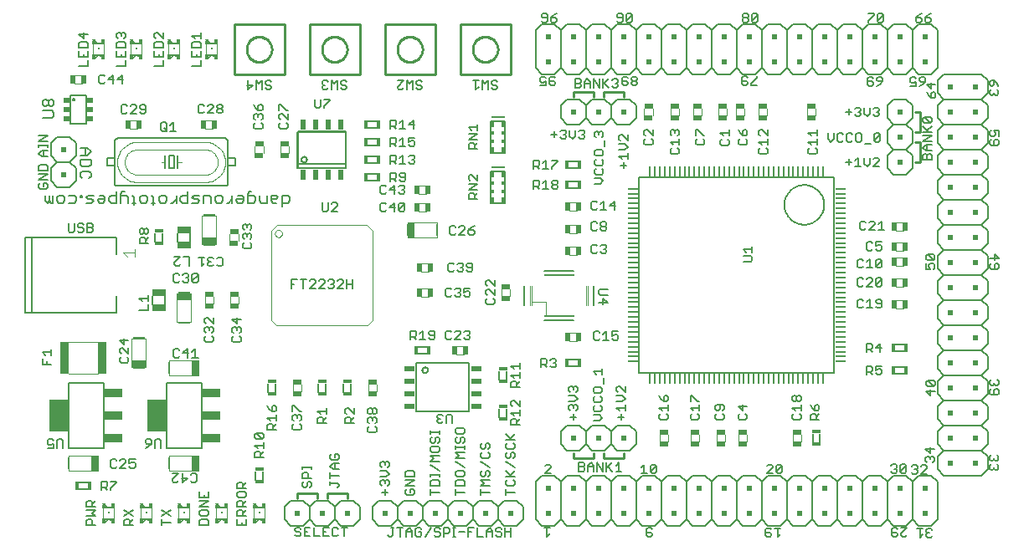
<source format=gto>
G75*
G70*
%OFA0B0*%
%FSLAX24Y24*%
%IPPOS*%
%LPD*%
%AMOC8*
5,1,8,0,0,1.08239X$1,22.5*
%
%ADD10C,0.0050*%
%ADD11C,0.0100*%
%ADD12C,0.0060*%
%ADD13R,0.0106X0.0394*%
%ADD14R,0.0394X0.0106*%
%ADD15C,0.0080*%
%ADD16R,0.0374X0.0197*%
%ADD17R,0.0374X0.0197*%
%ADD18C,0.0040*%
%ADD19R,0.0197X0.0374*%
%ADD20R,0.0197X0.0374*%
%ADD21R,0.0128X0.0197*%
%ADD22R,0.0059X0.0098*%
%ADD23R,0.0157X0.0069*%
%ADD24R,0.0079X0.0079*%
%ADD25R,0.0118X0.0118*%
%ADD26R,0.0128X0.0030*%
%ADD27R,0.0160X0.0340*%
%ADD28R,0.0340X0.0160*%
%ADD29C,0.0025*%
%ADD30R,0.0433X0.0193*%
%ADD31R,0.0200X0.0200*%
%ADD32C,0.0086*%
%ADD33R,0.0118X0.0236*%
%ADD34R,0.0118X0.0157*%
%ADD35R,0.0118X0.0197*%
%ADD36R,0.0551X0.0039*%
%ADD37R,0.0551X0.0079*%
%ADD38R,0.0039X0.0079*%
%ADD39C,0.0039*%
%ADD40R,0.0551X0.0256*%
%ADD41R,0.0730X0.1260*%
%ADD42R,0.0730X0.0340*%
%ADD43R,0.0079X0.0472*%
%ADD44R,0.0256X0.0591*%
%ADD45R,0.0193X0.0433*%
%ADD46R,0.0472X0.0079*%
%ADD47R,0.0591X0.0256*%
%ADD48R,0.0374X0.1299*%
%ADD49C,0.0020*%
%ADD50R,0.0256X0.0197*%
D10*
X002578Y000777D02*
X002578Y000952D01*
X002637Y001010D01*
X002753Y001010D01*
X002812Y000952D01*
X002812Y000777D01*
X002929Y000777D02*
X002578Y000777D01*
X002578Y001145D02*
X002929Y001145D01*
X002812Y001262D01*
X002929Y001379D01*
X002578Y001379D01*
X002578Y001514D02*
X002578Y001689D01*
X002637Y001747D01*
X002753Y001747D01*
X002812Y001689D01*
X002812Y001514D01*
X002812Y001630D02*
X002929Y001747D01*
X002929Y001514D02*
X002578Y001514D01*
X003179Y002177D02*
X003179Y002527D01*
X003354Y002527D01*
X003412Y002469D01*
X003412Y002352D01*
X003354Y002294D01*
X003179Y002294D01*
X003295Y002294D02*
X003412Y002177D01*
X003547Y002177D02*
X003547Y002235D01*
X003780Y002469D01*
X003780Y002527D01*
X003547Y002527D01*
X003607Y003061D02*
X003724Y003061D01*
X003782Y003119D01*
X003917Y003061D02*
X004150Y003294D01*
X004150Y003353D01*
X004092Y003411D01*
X003975Y003411D01*
X003917Y003353D01*
X003782Y003353D02*
X003724Y003411D01*
X003607Y003411D01*
X003549Y003353D01*
X003549Y003119D01*
X003607Y003061D01*
X003917Y003061D02*
X004150Y003061D01*
X004285Y003119D02*
X004344Y003061D01*
X004460Y003061D01*
X004519Y003119D01*
X004519Y003236D01*
X004460Y003294D01*
X004402Y003294D01*
X004285Y003236D01*
X004285Y003411D01*
X004519Y003411D01*
X004927Y003857D02*
X005044Y003915D01*
X005160Y004032D01*
X004985Y004032D01*
X004927Y004090D01*
X004927Y004149D01*
X004985Y004207D01*
X005102Y004207D01*
X005160Y004149D01*
X005160Y004032D01*
X005295Y004149D02*
X005295Y003857D01*
X005529Y003857D02*
X005529Y004149D01*
X005470Y004207D01*
X005353Y004207D01*
X005295Y004149D01*
X005988Y002843D02*
X006222Y002843D01*
X005988Y002610D01*
X005988Y002551D01*
X006047Y002493D01*
X006164Y002493D01*
X006222Y002551D01*
X006357Y002668D02*
X006590Y002668D01*
X006415Y002493D01*
X006415Y002843D01*
X006725Y002785D02*
X006783Y002843D01*
X006900Y002843D01*
X006958Y002785D01*
X006958Y002551D01*
X006900Y002493D01*
X006783Y002493D01*
X006725Y002551D01*
X007078Y002115D02*
X007078Y001882D01*
X007429Y001882D01*
X007429Y002115D01*
X007253Y001999D02*
X007253Y001882D01*
X007429Y001747D02*
X007078Y001747D01*
X007078Y001514D02*
X007429Y001747D01*
X007429Y001514D02*
X007078Y001514D01*
X007137Y001379D02*
X007078Y001320D01*
X007078Y001204D01*
X007137Y001145D01*
X007370Y001145D01*
X007429Y001204D01*
X007429Y001320D01*
X007370Y001379D01*
X007137Y001379D01*
X007137Y001010D02*
X007078Y000952D01*
X007078Y000777D01*
X007429Y000777D01*
X007429Y000952D01*
X007370Y001010D01*
X007137Y001010D01*
X005929Y000894D02*
X005578Y000894D01*
X005578Y001010D02*
X005578Y000777D01*
X005578Y001145D02*
X005929Y001379D01*
X005929Y001145D02*
X005578Y001379D01*
X004429Y001379D02*
X004078Y001145D01*
X004137Y001010D02*
X004253Y001010D01*
X004312Y000952D01*
X004312Y000777D01*
X004429Y000777D02*
X004078Y000777D01*
X004078Y000952D01*
X004137Y001010D01*
X004312Y000894D02*
X004429Y001010D01*
X004429Y001145D02*
X004078Y001379D01*
X001629Y003857D02*
X001629Y004149D01*
X001570Y004207D01*
X001453Y004207D01*
X001395Y004149D01*
X001395Y003857D01*
X001260Y003857D02*
X001260Y004032D01*
X001144Y003973D01*
X001085Y003973D01*
X001027Y004032D01*
X001027Y004149D01*
X001085Y004207D01*
X001202Y004207D01*
X001260Y004149D01*
X001260Y003857D02*
X001027Y003857D01*
X001003Y007190D02*
X001003Y007307D01*
X000828Y007190D02*
X000828Y007424D01*
X000945Y007559D02*
X000828Y007675D01*
X001179Y007675D01*
X001179Y007559D02*
X001179Y007792D01*
X001179Y007190D02*
X000828Y007190D01*
X003894Y007305D02*
X003953Y007247D01*
X004186Y007247D01*
X004245Y007305D01*
X004245Y007422D01*
X004186Y007481D01*
X004245Y007615D02*
X004011Y007849D01*
X003953Y007849D01*
X003894Y007790D01*
X003894Y007674D01*
X003953Y007615D01*
X003953Y007481D02*
X003894Y007422D01*
X003894Y007305D01*
X004245Y007615D02*
X004245Y007849D01*
X004070Y007984D02*
X003894Y008159D01*
X004245Y008159D01*
X004070Y008217D02*
X004070Y007984D01*
X003753Y009236D02*
X002828Y009236D01*
X001883Y009236D01*
X000662Y009236D01*
X000387Y009236D01*
X000131Y009236D01*
X000131Y012268D01*
X000387Y012268D01*
X000662Y012268D01*
X001883Y012268D01*
X002828Y012268D01*
X003753Y012268D01*
X003753Y011992D01*
X003753Y011598D01*
X004691Y012016D02*
X004691Y012191D01*
X004749Y012249D01*
X004866Y012249D01*
X004924Y012191D01*
X004924Y012016D01*
X004924Y012133D02*
X005041Y012249D01*
X004983Y012384D02*
X004924Y012384D01*
X004866Y012443D01*
X004866Y012559D01*
X004924Y012618D01*
X004983Y012618D01*
X005041Y012559D01*
X005041Y012443D01*
X004983Y012384D01*
X004866Y012443D02*
X004808Y012384D01*
X004749Y012384D01*
X004691Y012443D01*
X004691Y012559D01*
X004749Y012618D01*
X004808Y012618D01*
X004866Y012559D01*
X005041Y012016D02*
X004691Y012016D01*
X006081Y011479D02*
X006315Y011479D01*
X006081Y011245D01*
X006081Y011187D01*
X006139Y011128D01*
X006256Y011128D01*
X006315Y011187D01*
X006449Y011479D02*
X006683Y011479D01*
X006683Y011128D01*
X006592Y010811D02*
X006650Y010753D01*
X006650Y010694D01*
X006592Y010636D01*
X006650Y010578D01*
X006650Y010519D01*
X006592Y010461D01*
X006475Y010461D01*
X006417Y010519D01*
X006282Y010519D02*
X006224Y010461D01*
X006107Y010461D01*
X006049Y010519D01*
X006049Y010753D01*
X006107Y010811D01*
X006224Y010811D01*
X006282Y010753D01*
X006417Y010753D02*
X006475Y010811D01*
X006592Y010811D01*
X006592Y010636D02*
X006534Y010636D01*
X006785Y010519D02*
X006785Y010753D01*
X006844Y010811D01*
X006960Y010811D01*
X007019Y010753D01*
X006785Y010519D01*
X006844Y010461D01*
X006960Y010461D01*
X007019Y010519D01*
X007019Y010753D01*
X007153Y011110D02*
X007153Y011460D01*
X007269Y011460D02*
X007036Y011460D01*
X007269Y011226D02*
X007153Y011110D01*
X007404Y011168D02*
X007404Y011226D01*
X007463Y011285D01*
X007404Y011343D01*
X007404Y011402D01*
X007463Y011460D01*
X007579Y011460D01*
X007638Y011402D01*
X007772Y011402D02*
X007831Y011460D01*
X007948Y011460D01*
X008006Y011402D01*
X008006Y011168D01*
X007948Y011110D01*
X007831Y011110D01*
X007772Y011168D01*
X007638Y011168D02*
X007579Y011110D01*
X007463Y011110D01*
X007404Y011168D01*
X007463Y011285D02*
X007521Y011285D01*
X008799Y011867D02*
X008857Y011808D01*
X009091Y011808D01*
X009149Y011867D01*
X009149Y011983D01*
X009091Y012042D01*
X009091Y012176D02*
X009149Y012235D01*
X009149Y012352D01*
X009091Y012410D01*
X009032Y012410D01*
X008974Y012352D01*
X008974Y012293D01*
X008974Y012352D02*
X008916Y012410D01*
X008857Y012410D01*
X008799Y012352D01*
X008799Y012235D01*
X008857Y012176D01*
X008857Y012042D02*
X008799Y011983D01*
X008799Y011867D01*
X008857Y012545D02*
X008799Y012603D01*
X008799Y012720D01*
X008857Y012778D01*
X008916Y012778D01*
X008974Y012720D01*
X009032Y012778D01*
X009091Y012778D01*
X009149Y012720D01*
X009149Y012603D01*
X009091Y012545D01*
X008974Y012662D02*
X008974Y012720D01*
X011958Y013353D02*
X012016Y013295D01*
X012133Y013295D01*
X012192Y013353D01*
X012192Y013645D01*
X012326Y013587D02*
X012385Y013645D01*
X012501Y013645D01*
X012560Y013587D01*
X012560Y013529D01*
X012326Y013295D01*
X012560Y013295D01*
X011958Y013353D02*
X011958Y013645D01*
X012898Y015004D02*
X010969Y015004D01*
X010969Y016461D01*
X012898Y016461D01*
X012898Y015004D01*
X014279Y014269D02*
X014279Y014035D01*
X014337Y013977D01*
X014454Y013977D01*
X014512Y014035D01*
X014647Y014152D02*
X014880Y014152D01*
X015015Y014035D02*
X015074Y013977D01*
X015190Y013977D01*
X015249Y014035D01*
X015249Y014094D01*
X015190Y014152D01*
X015132Y014152D01*
X015190Y014152D02*
X015249Y014210D01*
X015249Y014269D01*
X015190Y014327D01*
X015074Y014327D01*
X015015Y014269D01*
X014822Y014327D02*
X014647Y014152D01*
X014512Y014269D02*
X014454Y014327D01*
X014337Y014327D01*
X014279Y014269D01*
X014679Y014477D02*
X014679Y014827D01*
X014854Y014827D01*
X014912Y014769D01*
X014912Y014652D01*
X014854Y014594D01*
X014679Y014594D01*
X014795Y014594D02*
X014912Y014477D01*
X015047Y014535D02*
X015105Y014477D01*
X015222Y014477D01*
X015280Y014535D01*
X015280Y014769D01*
X015222Y014827D01*
X015105Y014827D01*
X015047Y014769D01*
X015047Y014710D01*
X015105Y014652D01*
X015280Y014652D01*
X015280Y015177D02*
X015047Y015177D01*
X015164Y015177D02*
X015164Y015527D01*
X015047Y015410D01*
X014912Y015352D02*
X014854Y015294D01*
X014679Y015294D01*
X014795Y015294D02*
X014912Y015177D01*
X014912Y015352D02*
X014912Y015469D01*
X014854Y015527D01*
X014679Y015527D01*
X014679Y015177D01*
X015415Y015235D02*
X015474Y015177D01*
X015590Y015177D01*
X015649Y015235D01*
X015649Y015294D01*
X015590Y015352D01*
X015532Y015352D01*
X015590Y015352D02*
X015649Y015410D01*
X015649Y015469D01*
X015590Y015527D01*
X015474Y015527D01*
X015415Y015469D01*
X015474Y015877D02*
X015415Y015935D01*
X015474Y015877D02*
X015590Y015877D01*
X015649Y015935D01*
X015649Y016052D01*
X015590Y016110D01*
X015532Y016110D01*
X015415Y016052D01*
X015415Y016227D01*
X015649Y016227D01*
X015164Y016227D02*
X015047Y016110D01*
X014912Y016052D02*
X014854Y015994D01*
X014679Y015994D01*
X014795Y015994D02*
X014912Y015877D01*
X015047Y015877D02*
X015280Y015877D01*
X015164Y015877D02*
X015164Y016227D01*
X014912Y016169D02*
X014912Y016052D01*
X014912Y016169D02*
X014854Y016227D01*
X014679Y016227D01*
X014679Y015877D01*
X014679Y016577D02*
X014679Y016927D01*
X014854Y016927D01*
X014912Y016869D01*
X014912Y016752D01*
X014854Y016694D01*
X014679Y016694D01*
X014795Y016694D02*
X014912Y016577D01*
X015047Y016577D02*
X015280Y016577D01*
X015164Y016577D02*
X015164Y016927D01*
X015047Y016810D01*
X015415Y016752D02*
X015649Y016752D01*
X015590Y016577D02*
X015590Y016927D01*
X015415Y016752D01*
X017791Y016643D02*
X017908Y016526D01*
X017791Y016643D02*
X018141Y016643D01*
X018141Y016526D02*
X018141Y016760D01*
X018141Y016391D02*
X017791Y016391D01*
X017791Y016158D02*
X018141Y016391D01*
X018141Y016158D02*
X017791Y016158D01*
X017849Y016023D02*
X017966Y016023D01*
X018024Y015965D01*
X018024Y015790D01*
X018024Y015906D02*
X018141Y016023D01*
X018141Y015790D02*
X017791Y015790D01*
X017791Y015965D01*
X017849Y016023D01*
X017849Y014760D02*
X017791Y014701D01*
X017791Y014585D01*
X017849Y014526D01*
X017791Y014391D02*
X018141Y014391D01*
X017791Y014158D01*
X018141Y014158D01*
X018141Y014023D02*
X018024Y013906D01*
X018024Y013965D02*
X018024Y013790D01*
X018141Y013790D02*
X017791Y013790D01*
X017791Y013965D01*
X017849Y014023D01*
X017966Y014023D01*
X018024Y013965D01*
X018141Y014526D02*
X017908Y014760D01*
X017849Y014760D01*
X018141Y014760D02*
X018141Y014526D01*
X020379Y014527D02*
X020379Y014177D01*
X020379Y014294D02*
X020554Y014294D01*
X020612Y014352D01*
X020612Y014469D01*
X020554Y014527D01*
X020379Y014527D01*
X020495Y014294D02*
X020612Y014177D01*
X020747Y014177D02*
X020980Y014177D01*
X020864Y014177D02*
X020864Y014527D01*
X020747Y014410D01*
X021115Y014410D02*
X021115Y014469D01*
X021174Y014527D01*
X021290Y014527D01*
X021349Y014469D01*
X021349Y014410D01*
X021290Y014352D01*
X021174Y014352D01*
X021115Y014410D01*
X021174Y014352D02*
X021115Y014294D01*
X021115Y014235D01*
X021174Y014177D01*
X021290Y014177D01*
X021349Y014235D01*
X021349Y014294D01*
X021290Y014352D01*
X021115Y014977D02*
X021115Y015035D01*
X021349Y015269D01*
X021349Y015327D01*
X021115Y015327D01*
X020864Y015327D02*
X020864Y014977D01*
X020980Y014977D02*
X020747Y014977D01*
X020612Y014977D02*
X020495Y015094D01*
X020554Y015094D02*
X020379Y015094D01*
X020379Y014977D02*
X020379Y015327D01*
X020554Y015327D01*
X020612Y015269D01*
X020612Y015152D01*
X020554Y015094D01*
X020747Y015210D02*
X020864Y015327D01*
X021195Y016235D02*
X021195Y016469D01*
X021079Y016352D02*
X021312Y016352D01*
X021447Y016235D02*
X021505Y016177D01*
X021622Y016177D01*
X021680Y016235D01*
X021680Y016294D01*
X021622Y016352D01*
X021564Y016352D01*
X021622Y016352D02*
X021680Y016410D01*
X021680Y016469D01*
X021622Y016527D01*
X021505Y016527D01*
X021447Y016469D01*
X021815Y016527D02*
X021815Y016294D01*
X021932Y016177D01*
X022049Y016294D01*
X022049Y016527D01*
X022183Y016469D02*
X022242Y016527D01*
X022359Y016527D01*
X022417Y016469D01*
X022417Y016410D01*
X022359Y016352D01*
X022417Y016294D01*
X022417Y016235D01*
X022359Y016177D01*
X022242Y016177D01*
X022183Y016235D01*
X022300Y016352D02*
X022359Y016352D01*
X022798Y016297D02*
X022798Y016414D01*
X022857Y016472D01*
X022915Y016472D01*
X022973Y016414D01*
X023032Y016472D01*
X023090Y016472D01*
X023149Y016414D01*
X023149Y016297D01*
X023090Y016239D01*
X022973Y016355D02*
X022973Y016414D01*
X022857Y016239D02*
X022798Y016297D01*
X023207Y016104D02*
X023207Y015870D01*
X023090Y015736D02*
X023149Y015677D01*
X023149Y015560D01*
X023090Y015502D01*
X022857Y015502D01*
X022798Y015560D01*
X022798Y015677D01*
X022857Y015736D01*
X023090Y015736D01*
X023090Y015367D02*
X023149Y015309D01*
X023149Y015192D01*
X023090Y015134D01*
X022857Y015134D01*
X022798Y015192D01*
X022798Y015309D01*
X022857Y015367D01*
X022857Y014999D02*
X022798Y014941D01*
X022798Y014824D01*
X022857Y014765D01*
X023090Y014765D01*
X023149Y014824D01*
X023149Y014941D01*
X023090Y014999D01*
X023032Y014631D02*
X022798Y014631D01*
X023032Y014631D02*
X023149Y014514D01*
X023032Y014397D01*
X022798Y014397D01*
X022854Y013699D02*
X022737Y013699D01*
X022679Y013640D01*
X022679Y013407D01*
X022737Y013349D01*
X022854Y013349D01*
X022912Y013407D01*
X023047Y013349D02*
X023280Y013349D01*
X023164Y013349D02*
X023164Y013699D01*
X023047Y013582D01*
X022912Y013640D02*
X022854Y013699D01*
X023415Y013524D02*
X023649Y013524D01*
X023590Y013349D02*
X023590Y013699D01*
X023415Y013524D01*
X023222Y012877D02*
X023105Y012877D01*
X023047Y012818D01*
X023047Y012760D01*
X023105Y012701D01*
X023222Y012701D01*
X023280Y012643D01*
X023280Y012585D01*
X023222Y012526D01*
X023105Y012526D01*
X023047Y012585D01*
X023047Y012643D01*
X023105Y012701D01*
X023222Y012701D02*
X023280Y012760D01*
X023280Y012818D01*
X023222Y012877D01*
X022912Y012818D02*
X022854Y012877D01*
X022737Y012877D01*
X022679Y012818D01*
X022679Y012585D01*
X022737Y012526D01*
X022854Y012526D01*
X022912Y012585D01*
X022854Y011967D02*
X022737Y011967D01*
X022679Y011908D01*
X022679Y011675D01*
X022737Y011616D01*
X022854Y011616D01*
X022912Y011675D01*
X023047Y011675D02*
X023105Y011616D01*
X023222Y011616D01*
X023280Y011675D01*
X023280Y011733D01*
X023222Y011791D01*
X023164Y011791D01*
X023222Y011791D02*
X023280Y011850D01*
X023280Y011908D01*
X023222Y011967D01*
X023105Y011967D01*
X023047Y011908D01*
X022912Y011908D02*
X022854Y011967D01*
X021973Y010929D02*
X020792Y010929D01*
X020004Y010323D02*
X020004Y009567D01*
X020792Y008961D02*
X021973Y008961D01*
X022779Y008444D02*
X022779Y008210D01*
X022837Y008152D01*
X022954Y008152D01*
X023012Y008210D01*
X023147Y008152D02*
X023380Y008152D01*
X023264Y008152D02*
X023264Y008502D01*
X023147Y008385D01*
X023012Y008444D02*
X022954Y008502D01*
X022837Y008502D01*
X022779Y008444D01*
X023515Y008502D02*
X023515Y008327D01*
X023632Y008385D01*
X023690Y008385D01*
X023749Y008327D01*
X023749Y008210D01*
X023690Y008152D01*
X023574Y008152D01*
X023515Y008210D01*
X023515Y008502D02*
X023749Y008502D01*
X023322Y009655D02*
X022971Y009655D01*
X023147Y009596D02*
X023147Y009830D01*
X023322Y009655D01*
X022760Y009567D02*
X022760Y010323D01*
X022971Y010140D02*
X022971Y010023D01*
X023030Y009965D01*
X023322Y009965D01*
X023322Y010198D02*
X023030Y010198D01*
X022971Y010140D01*
X018821Y010186D02*
X018821Y009952D01*
X018587Y010186D01*
X018529Y010186D01*
X018471Y010127D01*
X018471Y010011D01*
X018529Y009952D01*
X018529Y009818D02*
X018471Y009759D01*
X018471Y009642D01*
X018529Y009584D01*
X018763Y009584D01*
X018821Y009642D01*
X018821Y009759D01*
X018763Y009818D01*
X018821Y010321D02*
X018587Y010554D01*
X018529Y010554D01*
X018471Y010496D01*
X018471Y010379D01*
X018529Y010321D01*
X018821Y010321D02*
X018821Y010554D01*
X017949Y010935D02*
X017949Y011169D01*
X017890Y011227D01*
X017774Y011227D01*
X017715Y011169D01*
X017715Y011110D01*
X017774Y011052D01*
X017949Y011052D01*
X017949Y010935D02*
X017890Y010877D01*
X017774Y010877D01*
X017715Y010935D01*
X017580Y010935D02*
X017580Y010994D01*
X017522Y011052D01*
X017464Y011052D01*
X017522Y011052D02*
X017580Y011110D01*
X017580Y011169D01*
X017522Y011227D01*
X017405Y011227D01*
X017347Y011169D01*
X017212Y011169D02*
X017154Y011227D01*
X017037Y011227D01*
X016979Y011169D01*
X016979Y010935D01*
X017037Y010877D01*
X017154Y010877D01*
X017212Y010935D01*
X017347Y010935D02*
X017405Y010877D01*
X017522Y010877D01*
X017580Y010935D01*
X017615Y010227D02*
X017615Y010052D01*
X017732Y010110D01*
X017790Y010110D01*
X017849Y010052D01*
X017849Y009935D01*
X017790Y009877D01*
X017674Y009877D01*
X017615Y009935D01*
X017480Y009935D02*
X017422Y009877D01*
X017305Y009877D01*
X017247Y009935D01*
X017112Y009935D02*
X017054Y009877D01*
X016937Y009877D01*
X016879Y009935D01*
X016879Y010169D01*
X016937Y010227D01*
X017054Y010227D01*
X017112Y010169D01*
X017247Y010169D02*
X017305Y010227D01*
X017422Y010227D01*
X017480Y010169D01*
X017480Y010110D01*
X017422Y010052D01*
X017480Y009994D01*
X017480Y009935D01*
X017422Y010052D02*
X017364Y010052D01*
X017615Y010227D02*
X017849Y010227D01*
X017790Y008527D02*
X017849Y008469D01*
X017849Y008410D01*
X017790Y008352D01*
X017849Y008294D01*
X017849Y008235D01*
X017790Y008177D01*
X017674Y008177D01*
X017615Y008235D01*
X017480Y008177D02*
X017247Y008177D01*
X017480Y008410D01*
X017480Y008469D01*
X017422Y008527D01*
X017305Y008527D01*
X017247Y008469D01*
X017112Y008469D02*
X017054Y008527D01*
X016937Y008527D01*
X016879Y008469D01*
X016879Y008235D01*
X016937Y008177D01*
X017054Y008177D01*
X017112Y008235D01*
X017615Y008469D02*
X017674Y008527D01*
X017790Y008527D01*
X017790Y008352D02*
X017732Y008352D01*
X016449Y008352D02*
X016274Y008352D01*
X016215Y008410D01*
X016215Y008469D01*
X016274Y008527D01*
X016390Y008527D01*
X016449Y008469D01*
X016449Y008235D01*
X016390Y008177D01*
X016274Y008177D01*
X016215Y008235D01*
X016080Y008177D02*
X015847Y008177D01*
X015964Y008177D02*
X015964Y008527D01*
X015847Y008410D01*
X015712Y008352D02*
X015712Y008469D01*
X015654Y008527D01*
X015479Y008527D01*
X015479Y008177D01*
X015479Y008294D02*
X015654Y008294D01*
X015712Y008352D01*
X015595Y008294D02*
X015712Y008177D01*
X015706Y007236D02*
X017812Y007236D01*
X017812Y005307D01*
X015706Y005307D01*
X015706Y007236D01*
X015949Y006961D02*
X015951Y006981D01*
X015956Y007001D01*
X015966Y007019D01*
X015978Y007036D01*
X015993Y007050D01*
X016011Y007060D01*
X016030Y007068D01*
X016050Y007072D01*
X016070Y007072D01*
X016090Y007068D01*
X016109Y007060D01*
X016127Y007050D01*
X016142Y007036D01*
X016154Y007019D01*
X016164Y007001D01*
X016169Y006981D01*
X016171Y006961D01*
X016169Y006941D01*
X016164Y006921D01*
X016154Y006903D01*
X016142Y006886D01*
X016127Y006872D01*
X016109Y006862D01*
X016090Y006854D01*
X016070Y006850D01*
X016050Y006850D01*
X016030Y006854D01*
X016011Y006862D01*
X015993Y006872D01*
X015978Y006886D01*
X015966Y006903D01*
X015956Y006921D01*
X015951Y006941D01*
X015949Y006961D01*
X014129Y005384D02*
X014070Y005442D01*
X014012Y005442D01*
X013953Y005384D01*
X013953Y005267D01*
X013895Y005209D01*
X013837Y005209D01*
X013778Y005267D01*
X013778Y005384D01*
X013837Y005442D01*
X013895Y005442D01*
X013953Y005384D01*
X013953Y005267D02*
X014012Y005209D01*
X014070Y005209D01*
X014129Y005267D01*
X014129Y005384D01*
X014070Y005074D02*
X014129Y005015D01*
X014129Y004899D01*
X014070Y004840D01*
X014070Y004706D02*
X014129Y004647D01*
X014129Y004530D01*
X014070Y004472D01*
X013837Y004472D01*
X013778Y004530D01*
X013778Y004647D01*
X013837Y004706D01*
X013837Y004840D02*
X013778Y004899D01*
X013778Y005015D01*
X013837Y005074D01*
X013895Y005074D01*
X013953Y005015D01*
X014012Y005074D01*
X014070Y005074D01*
X013953Y005015D02*
X013953Y004957D01*
X013229Y004840D02*
X012878Y004840D01*
X012878Y005015D01*
X012937Y005074D01*
X013053Y005074D01*
X013112Y005015D01*
X013112Y004840D01*
X013112Y004957D02*
X013229Y005074D01*
X013229Y005209D02*
X012995Y005442D01*
X012937Y005442D01*
X012878Y005384D01*
X012878Y005267D01*
X012937Y005209D01*
X013229Y005209D02*
X013229Y005442D01*
X012129Y005442D02*
X012129Y005209D01*
X012129Y005325D02*
X011778Y005325D01*
X011895Y005209D01*
X011837Y005074D02*
X011953Y005074D01*
X012012Y005015D01*
X012012Y004840D01*
X012129Y004840D02*
X011778Y004840D01*
X011778Y005015D01*
X011837Y005074D01*
X012012Y004957D02*
X012129Y005074D01*
X011129Y005115D02*
X011129Y004999D01*
X011070Y004940D01*
X011070Y004806D02*
X011129Y004747D01*
X011129Y004630D01*
X011070Y004572D01*
X010837Y004572D01*
X010778Y004630D01*
X010778Y004747D01*
X010837Y004806D01*
X010837Y004940D02*
X010778Y004999D01*
X010778Y005115D01*
X010837Y005174D01*
X010895Y005174D01*
X010953Y005115D01*
X011012Y005174D01*
X011070Y005174D01*
X011129Y005115D01*
X010953Y005115D02*
X010953Y005057D01*
X011070Y005309D02*
X011129Y005309D01*
X011070Y005309D02*
X010837Y005542D01*
X010778Y005542D01*
X010778Y005309D01*
X010129Y005367D02*
X010129Y005484D01*
X010070Y005542D01*
X010012Y005542D01*
X009953Y005484D01*
X009953Y005309D01*
X010070Y005309D01*
X010129Y005367D01*
X009953Y005309D02*
X009837Y005425D01*
X009778Y005542D01*
X010129Y005174D02*
X010129Y004940D01*
X010129Y005057D02*
X009778Y005057D01*
X009895Y004940D01*
X009837Y004806D02*
X009953Y004806D01*
X010012Y004747D01*
X010012Y004572D01*
X010129Y004572D02*
X009778Y004572D01*
X009778Y004747D01*
X009837Y004806D01*
X010012Y004689D02*
X010129Y004806D01*
X009629Y004389D02*
X009629Y004272D01*
X009570Y004214D01*
X009337Y004447D01*
X009570Y004447D01*
X009629Y004389D01*
X009570Y004214D02*
X009337Y004214D01*
X009278Y004272D01*
X009278Y004389D01*
X009337Y004447D01*
X009629Y004079D02*
X009629Y003845D01*
X009629Y003962D02*
X009278Y003962D01*
X009395Y003845D01*
X009337Y003710D02*
X009453Y003710D01*
X009512Y003652D01*
X009512Y003477D01*
X009629Y003477D02*
X009278Y003477D01*
X009278Y003652D01*
X009337Y003710D01*
X009512Y003594D02*
X009629Y003710D01*
X011178Y003130D02*
X011178Y003014D01*
X011178Y003072D02*
X011529Y003072D01*
X011529Y003014D02*
X011529Y003130D01*
X011353Y002879D02*
X011412Y002820D01*
X011412Y002645D01*
X011529Y002645D02*
X011178Y002645D01*
X011178Y002820D01*
X011237Y002879D01*
X011353Y002879D01*
X011412Y002510D02*
X011353Y002452D01*
X011353Y002335D01*
X011295Y002277D01*
X011237Y002277D01*
X011178Y002335D01*
X011178Y002452D01*
X011237Y002510D01*
X011412Y002510D02*
X011470Y002510D01*
X011529Y002452D01*
X011529Y002335D01*
X011470Y002277D01*
X012278Y002394D02*
X012278Y002510D01*
X012278Y002452D02*
X012570Y002452D01*
X012629Y002394D01*
X012629Y002335D01*
X012570Y002277D01*
X012278Y002645D02*
X012278Y002879D01*
X012278Y002762D02*
X012629Y002762D01*
X012629Y003014D02*
X012395Y003014D01*
X012278Y003130D01*
X012395Y003247D01*
X012629Y003247D01*
X012570Y003382D02*
X012629Y003440D01*
X012629Y003557D01*
X012570Y003615D01*
X012453Y003615D01*
X012453Y003499D01*
X012337Y003615D02*
X012278Y003557D01*
X012278Y003440D01*
X012337Y003382D01*
X012570Y003382D01*
X012453Y003247D02*
X012453Y003014D01*
X014278Y002947D02*
X014512Y002947D01*
X014629Y002830D01*
X014512Y002714D01*
X014278Y002714D01*
X014337Y002579D02*
X014395Y002579D01*
X014453Y002520D01*
X014512Y002579D01*
X014570Y002579D01*
X014629Y002520D01*
X014629Y002404D01*
X014570Y002345D01*
X014453Y002462D02*
X014453Y002520D01*
X014337Y002579D02*
X014278Y002520D01*
X014278Y002404D01*
X014337Y002345D01*
X014453Y002210D02*
X014453Y001977D01*
X014337Y002094D02*
X014570Y002094D01*
X015278Y002152D02*
X015278Y002035D01*
X015337Y001977D01*
X015570Y001977D01*
X015629Y002035D01*
X015629Y002152D01*
X015570Y002210D01*
X015453Y002210D01*
X015453Y002094D01*
X015337Y002210D02*
X015278Y002152D01*
X015278Y002345D02*
X015629Y002579D01*
X015278Y002579D01*
X015278Y002714D02*
X015278Y002889D01*
X015337Y002947D01*
X015570Y002947D01*
X015629Y002889D01*
X015629Y002714D01*
X015278Y002714D01*
X015278Y002345D02*
X015629Y002345D01*
X016278Y002345D02*
X016278Y002520D01*
X016337Y002579D01*
X016570Y002579D01*
X016629Y002520D01*
X016629Y002345D01*
X016278Y002345D01*
X016278Y002210D02*
X016278Y001977D01*
X016278Y002094D02*
X016629Y002094D01*
X017278Y002094D02*
X017629Y002094D01*
X017629Y002345D02*
X017278Y002345D01*
X017278Y002520D01*
X017337Y002579D01*
X017570Y002579D01*
X017629Y002520D01*
X017629Y002345D01*
X017278Y002210D02*
X017278Y001977D01*
X018278Y001977D02*
X018278Y002210D01*
X018278Y002094D02*
X018629Y002094D01*
X018629Y002345D02*
X018278Y002345D01*
X018395Y002462D01*
X018278Y002579D01*
X018629Y002579D01*
X018570Y002714D02*
X018629Y002772D01*
X018629Y002889D01*
X018570Y002947D01*
X018512Y002947D01*
X018453Y002889D01*
X018453Y002772D01*
X018395Y002714D01*
X018337Y002714D01*
X018278Y002772D01*
X018278Y002889D01*
X018337Y002947D01*
X018629Y003082D02*
X018278Y003315D01*
X018337Y003450D02*
X018570Y003450D01*
X018629Y003509D01*
X018629Y003625D01*
X018570Y003684D01*
X018570Y003819D02*
X018629Y003877D01*
X018629Y003994D01*
X018570Y004052D01*
X018512Y004052D01*
X018453Y003994D01*
X018453Y003877D01*
X018395Y003819D01*
X018337Y003819D01*
X018278Y003877D01*
X018278Y003994D01*
X018337Y004052D01*
X018337Y003684D02*
X018278Y003625D01*
X018278Y003509D01*
X018337Y003450D01*
X017629Y003450D02*
X017278Y003450D01*
X017395Y003567D01*
X017278Y003684D01*
X017629Y003684D01*
X017629Y003819D02*
X017629Y003935D01*
X017629Y003877D02*
X017278Y003877D01*
X017278Y003819D02*
X017278Y003935D01*
X017337Y004064D02*
X017395Y004064D01*
X017453Y004122D01*
X017453Y004239D01*
X017512Y004298D01*
X017570Y004298D01*
X017629Y004239D01*
X017629Y004122D01*
X017570Y004064D01*
X017337Y004064D02*
X017278Y004122D01*
X017278Y004239D01*
X017337Y004298D01*
X017337Y004432D02*
X017570Y004432D01*
X017629Y004491D01*
X017629Y004607D01*
X017570Y004666D01*
X017337Y004666D01*
X017278Y004607D01*
X017278Y004491D01*
X017337Y004432D01*
X017137Y004844D02*
X017137Y005136D01*
X017079Y005194D01*
X016962Y005194D01*
X016904Y005136D01*
X016904Y004844D01*
X016769Y004902D02*
X016710Y004844D01*
X016594Y004844D01*
X016535Y004902D01*
X016535Y004961D01*
X016594Y005019D01*
X016535Y005077D01*
X016535Y005136D01*
X016594Y005194D01*
X016710Y005194D01*
X016769Y005136D01*
X016652Y005019D02*
X016594Y005019D01*
X016629Y004549D02*
X016629Y004432D01*
X016629Y004491D02*
X016278Y004491D01*
X016278Y004549D02*
X016278Y004432D01*
X016337Y004298D02*
X016278Y004239D01*
X016278Y004122D01*
X016337Y004064D01*
X016395Y004064D01*
X016453Y004122D01*
X016453Y004239D01*
X016512Y004298D01*
X016570Y004298D01*
X016629Y004239D01*
X016629Y004122D01*
X016570Y004064D01*
X016570Y003929D02*
X016337Y003929D01*
X016278Y003871D01*
X016278Y003754D01*
X016337Y003696D01*
X016570Y003696D01*
X016629Y003754D01*
X016629Y003871D01*
X016570Y003929D01*
X016629Y003561D02*
X016278Y003561D01*
X016395Y003444D01*
X016278Y003327D01*
X016629Y003327D01*
X016629Y002959D02*
X016278Y003193D01*
X016278Y002830D02*
X016278Y002714D01*
X016278Y002772D02*
X016629Y002772D01*
X016629Y002714D02*
X016629Y002830D01*
X017278Y002772D02*
X017337Y002714D01*
X017570Y002714D01*
X017629Y002772D01*
X017629Y002889D01*
X017570Y002947D01*
X017337Y002947D01*
X017278Y002889D01*
X017278Y002772D01*
X017629Y003082D02*
X017278Y003315D01*
X019278Y003315D02*
X019629Y003082D01*
X019629Y002947D02*
X019453Y002772D01*
X019512Y002714D02*
X019278Y002947D01*
X019278Y002714D02*
X019629Y002714D01*
X019570Y002579D02*
X019629Y002520D01*
X019629Y002404D01*
X019570Y002345D01*
X019337Y002345D01*
X019278Y002404D01*
X019278Y002520D01*
X019337Y002579D01*
X019278Y002210D02*
X019278Y001977D01*
X019278Y002094D02*
X019629Y002094D01*
X020836Y002847D02*
X021070Y003081D01*
X021070Y003139D01*
X021011Y003198D01*
X020894Y003198D01*
X020836Y003139D01*
X020836Y002847D02*
X021070Y002847D01*
X022179Y002927D02*
X022354Y002927D01*
X022412Y002985D01*
X022412Y003044D01*
X022354Y003102D01*
X022179Y003102D01*
X022354Y003102D02*
X022412Y003160D01*
X022412Y003219D01*
X022354Y003277D01*
X022179Y003277D01*
X022179Y002927D01*
X022547Y002927D02*
X022547Y003160D01*
X022664Y003277D01*
X022780Y003160D01*
X022780Y002927D01*
X022915Y002927D02*
X022915Y003277D01*
X023149Y002927D01*
X023149Y003277D01*
X023283Y003277D02*
X023283Y002927D01*
X023283Y003044D02*
X023517Y003277D01*
X023652Y003160D02*
X023769Y003277D01*
X023769Y002927D01*
X023885Y002927D02*
X023652Y002927D01*
X023517Y002927D02*
X023342Y003102D01*
X022780Y003102D02*
X022547Y003102D01*
X024668Y003081D02*
X024784Y003198D01*
X024784Y002847D01*
X024668Y002847D02*
X024901Y002847D01*
X025036Y002906D02*
X025270Y003139D01*
X025270Y002906D01*
X025211Y002847D01*
X025094Y002847D01*
X025036Y002906D01*
X025036Y003139D01*
X025094Y003198D01*
X025211Y003198D01*
X025270Y003139D01*
X025436Y004977D02*
X025669Y004977D01*
X025728Y005035D01*
X025728Y005152D01*
X025669Y005210D01*
X025728Y005345D02*
X025728Y005579D01*
X025728Y005462D02*
X025377Y005462D01*
X025494Y005345D01*
X025436Y005210D02*
X025377Y005152D01*
X025377Y005035D01*
X025436Y004977D01*
X025553Y005714D02*
X025553Y005889D01*
X025611Y005947D01*
X025669Y005947D01*
X025728Y005889D01*
X025728Y005772D01*
X025669Y005714D01*
X025553Y005714D01*
X025436Y005830D01*
X025377Y005947D01*
X026622Y005947D02*
X026622Y005714D01*
X026622Y005947D02*
X026680Y005947D01*
X026914Y005714D01*
X026972Y005714D01*
X026972Y005579D02*
X026972Y005345D01*
X026972Y005462D02*
X026622Y005462D01*
X026739Y005345D01*
X026680Y005210D02*
X026622Y005152D01*
X026622Y005035D01*
X026680Y004977D01*
X026914Y004977D01*
X026972Y005035D01*
X026972Y005152D01*
X026914Y005210D01*
X027615Y005152D02*
X027615Y005035D01*
X027673Y004977D01*
X027907Y004977D01*
X027965Y005035D01*
X027965Y005152D01*
X027907Y005210D01*
X027907Y005345D02*
X027965Y005404D01*
X027965Y005520D01*
X027907Y005579D01*
X027673Y005579D01*
X027615Y005520D01*
X027615Y005404D01*
X027673Y005345D01*
X027731Y005345D01*
X027790Y005404D01*
X027790Y005579D01*
X027673Y005210D02*
X027615Y005152D01*
X028525Y005152D02*
X028525Y005035D01*
X028583Y004977D01*
X028817Y004977D01*
X028875Y005035D01*
X028875Y005152D01*
X028817Y005210D01*
X028700Y005345D02*
X028700Y005579D01*
X028875Y005520D02*
X028525Y005520D01*
X028700Y005345D01*
X028583Y005210D02*
X028525Y005152D01*
X030669Y005152D02*
X030669Y005035D01*
X030727Y004977D01*
X030961Y004977D01*
X031019Y005035D01*
X031019Y005152D01*
X030961Y005210D01*
X031019Y005345D02*
X031019Y005579D01*
X031019Y005462D02*
X030669Y005462D01*
X030786Y005345D01*
X030727Y005210D02*
X030669Y005152D01*
X031396Y005152D02*
X031455Y005210D01*
X031571Y005210D01*
X031630Y005152D01*
X031630Y004977D01*
X031747Y004977D02*
X031396Y004977D01*
X031396Y005152D01*
X031630Y005094D02*
X031747Y005210D01*
X031688Y005345D02*
X031747Y005404D01*
X031747Y005520D01*
X031688Y005579D01*
X031630Y005579D01*
X031571Y005520D01*
X031571Y005345D01*
X031688Y005345D01*
X031571Y005345D02*
X031455Y005462D01*
X031396Y005579D01*
X031019Y005772D02*
X030961Y005714D01*
X030903Y005714D01*
X030844Y005772D01*
X030844Y005889D01*
X030903Y005947D01*
X030961Y005947D01*
X031019Y005889D01*
X031019Y005772D01*
X030844Y005772D02*
X030786Y005714D01*
X030727Y005714D01*
X030669Y005772D01*
X030669Y005889D01*
X030727Y005947D01*
X030786Y005947D01*
X030844Y005889D01*
X033642Y006776D02*
X033642Y007127D01*
X033817Y007127D01*
X033875Y007068D01*
X033875Y006952D01*
X033817Y006893D01*
X033642Y006893D01*
X033759Y006893D02*
X033875Y006776D01*
X034010Y006835D02*
X034069Y006776D01*
X034185Y006776D01*
X034244Y006835D01*
X034244Y006952D01*
X034185Y007010D01*
X034127Y007010D01*
X034010Y006952D01*
X034010Y007127D01*
X034244Y007127D01*
X034185Y007669D02*
X034185Y008020D01*
X034010Y007844D01*
X034244Y007844D01*
X033875Y007844D02*
X033875Y007961D01*
X033817Y008020D01*
X033642Y008020D01*
X033642Y007669D01*
X033642Y007786D02*
X033817Y007786D01*
X033875Y007844D01*
X033759Y007786D02*
X033875Y007669D01*
X036004Y006496D02*
X036062Y006555D01*
X036296Y006321D01*
X036354Y006380D01*
X036354Y006496D01*
X036296Y006555D01*
X036062Y006555D01*
X036004Y006496D02*
X036004Y006380D01*
X036062Y006321D01*
X036296Y006321D01*
X036179Y006186D02*
X036179Y005953D01*
X036004Y006128D01*
X036354Y006128D01*
X038536Y006151D02*
X038536Y006034D01*
X038595Y005976D01*
X038828Y005976D01*
X038887Y006034D01*
X038887Y006151D01*
X038828Y006210D01*
X038770Y006210D01*
X038711Y006151D01*
X038711Y005976D01*
X038536Y006151D02*
X038595Y006210D01*
X038595Y006344D02*
X038536Y006403D01*
X038536Y006519D01*
X038595Y006578D01*
X038711Y006461D02*
X038711Y006403D01*
X038653Y006344D01*
X038595Y006344D01*
X038711Y006403D02*
X038770Y006344D01*
X038828Y006344D01*
X038887Y006403D01*
X038887Y006519D01*
X038828Y006578D01*
X036155Y003892D02*
X036155Y003659D01*
X035979Y003834D01*
X036330Y003834D01*
X036271Y003524D02*
X036330Y003465D01*
X036330Y003349D01*
X036271Y003290D01*
X036155Y003407D02*
X036155Y003465D01*
X036213Y003524D01*
X036271Y003524D01*
X036155Y003465D02*
X036096Y003524D01*
X036038Y003524D01*
X035979Y003465D01*
X035979Y003349D01*
X036038Y003290D01*
X035965Y003177D02*
X035848Y003177D01*
X035790Y003118D01*
X035655Y003118D02*
X035655Y003060D01*
X035597Y003002D01*
X035655Y002943D01*
X035655Y002885D01*
X035597Y002827D01*
X035480Y002827D01*
X035422Y002885D01*
X035538Y003002D02*
X035597Y003002D01*
X035655Y003118D02*
X035597Y003177D01*
X035480Y003177D01*
X035422Y003118D01*
X035214Y003146D02*
X034980Y002913D01*
X035039Y002854D01*
X035156Y002854D01*
X035214Y002913D01*
X035214Y003146D01*
X035156Y003205D01*
X035039Y003205D01*
X034980Y003146D01*
X034980Y002913D01*
X034846Y002913D02*
X034787Y002854D01*
X034670Y002854D01*
X034612Y002913D01*
X034729Y003030D02*
X034787Y003030D01*
X034846Y002971D01*
X034846Y002913D01*
X034787Y003030D02*
X034846Y003088D01*
X034846Y003146D01*
X034787Y003205D01*
X034670Y003205D01*
X034612Y003146D01*
X035790Y002827D02*
X036024Y003060D01*
X036024Y003118D01*
X035965Y003177D01*
X036024Y002827D02*
X035790Y002827D01*
X038530Y003027D02*
X038588Y002969D01*
X038647Y002969D01*
X038705Y003027D01*
X038705Y003086D01*
X038705Y003027D02*
X038764Y002969D01*
X038822Y002969D01*
X038880Y003027D01*
X038880Y003144D01*
X038822Y003203D01*
X038822Y003337D02*
X038764Y003337D01*
X038705Y003396D01*
X038647Y003337D01*
X038588Y003337D01*
X038530Y003396D01*
X038530Y003513D01*
X038588Y003571D01*
X038705Y003454D02*
X038705Y003396D01*
X038822Y003337D02*
X038880Y003396D01*
X038880Y003513D01*
X038822Y003571D01*
X038588Y003203D02*
X038530Y003144D01*
X038530Y003027D01*
X036188Y000650D02*
X036246Y000592D01*
X036188Y000650D02*
X036071Y000650D01*
X036013Y000592D01*
X036013Y000533D01*
X036071Y000475D01*
X036129Y000475D01*
X036071Y000475D02*
X036013Y000416D01*
X036013Y000358D01*
X036071Y000300D01*
X036188Y000300D01*
X036246Y000358D01*
X035878Y000416D02*
X035761Y000300D01*
X035761Y000650D01*
X035878Y000650D02*
X035644Y000650D01*
X035232Y000669D02*
X034998Y000436D01*
X034998Y000377D01*
X035056Y000319D01*
X035173Y000319D01*
X035232Y000377D01*
X034863Y000377D02*
X034863Y000436D01*
X034805Y000494D01*
X034630Y000494D01*
X034630Y000611D02*
X034630Y000377D01*
X034688Y000319D01*
X034805Y000319D01*
X034863Y000377D01*
X034863Y000611D02*
X034805Y000669D01*
X034688Y000669D01*
X034630Y000611D01*
X034998Y000669D02*
X035232Y000669D01*
X030218Y000661D02*
X029984Y000661D01*
X030101Y000661D02*
X030101Y000311D01*
X030218Y000427D01*
X029850Y000427D02*
X029791Y000486D01*
X029616Y000486D01*
X029616Y000602D02*
X029616Y000369D01*
X029674Y000311D01*
X029791Y000311D01*
X029850Y000369D01*
X029850Y000427D01*
X029850Y000602D02*
X029791Y000661D01*
X029674Y000661D01*
X029616Y000602D01*
X029668Y002847D02*
X029901Y003081D01*
X029901Y003139D01*
X029843Y003198D01*
X029726Y003198D01*
X029668Y003139D01*
X029668Y002847D02*
X029901Y002847D01*
X030036Y002906D02*
X030270Y003139D01*
X030270Y002906D01*
X030211Y002847D01*
X030094Y002847D01*
X030036Y002906D01*
X030036Y003139D01*
X030094Y003198D01*
X030211Y003198D01*
X030270Y003139D01*
X025098Y000611D02*
X025040Y000669D01*
X024923Y000669D01*
X024865Y000611D01*
X024865Y000377D01*
X024923Y000319D01*
X025040Y000319D01*
X025098Y000377D01*
X025098Y000436D01*
X025040Y000494D01*
X024865Y000494D01*
X021028Y000438D02*
X020911Y000321D01*
X020911Y000671D01*
X020795Y000671D02*
X021028Y000671D01*
X019478Y000680D02*
X019478Y000330D01*
X019478Y000505D02*
X019245Y000505D01*
X019110Y000446D02*
X019110Y000388D01*
X019052Y000330D01*
X018935Y000330D01*
X018877Y000388D01*
X018935Y000505D02*
X019052Y000505D01*
X019110Y000446D01*
X019110Y000621D02*
X019052Y000680D01*
X018935Y000680D01*
X018877Y000621D01*
X018877Y000563D01*
X018935Y000505D01*
X018742Y000505D02*
X018508Y000505D01*
X018508Y000563D02*
X018625Y000680D01*
X018742Y000563D01*
X018742Y000330D01*
X018508Y000330D02*
X018508Y000563D01*
X018373Y000330D02*
X018140Y000330D01*
X018140Y000680D01*
X018005Y000680D02*
X017772Y000680D01*
X017772Y000330D01*
X017772Y000505D02*
X017888Y000505D01*
X017637Y000505D02*
X017403Y000505D01*
X017275Y000680D02*
X017158Y000680D01*
X017216Y000680D02*
X017216Y000330D01*
X017158Y000330D02*
X017275Y000330D01*
X017023Y000505D02*
X016965Y000446D01*
X016789Y000446D01*
X016789Y000330D02*
X016789Y000680D01*
X016965Y000680D01*
X017023Y000621D01*
X017023Y000505D01*
X016655Y000446D02*
X016655Y000388D01*
X016596Y000330D01*
X016480Y000330D01*
X016421Y000388D01*
X016480Y000505D02*
X016421Y000563D01*
X016421Y000621D01*
X016480Y000680D01*
X016596Y000680D01*
X016655Y000621D01*
X016596Y000505D02*
X016655Y000446D01*
X016596Y000505D02*
X016480Y000505D01*
X016286Y000680D02*
X016053Y000330D01*
X015918Y000388D02*
X015918Y000505D01*
X015801Y000505D01*
X015685Y000621D02*
X015685Y000388D01*
X015743Y000330D01*
X015860Y000330D01*
X015918Y000388D01*
X015918Y000621D02*
X015860Y000680D01*
X015743Y000680D01*
X015685Y000621D01*
X015550Y000563D02*
X015550Y000330D01*
X015550Y000505D02*
X015316Y000505D01*
X015316Y000563D02*
X015433Y000680D01*
X015550Y000563D01*
X015316Y000563D02*
X015316Y000330D01*
X015065Y000330D02*
X015065Y000680D01*
X015181Y000680D02*
X014948Y000680D01*
X014813Y000680D02*
X014696Y000680D01*
X014755Y000680D02*
X014755Y000388D01*
X014696Y000330D01*
X014638Y000330D01*
X014580Y000388D01*
X012958Y000687D02*
X012725Y000687D01*
X012842Y000687D02*
X012842Y000337D01*
X012590Y000395D02*
X012532Y000337D01*
X012415Y000337D01*
X012356Y000395D01*
X012356Y000628D01*
X012415Y000687D01*
X012532Y000687D01*
X012590Y000628D01*
X012222Y000687D02*
X011988Y000687D01*
X011988Y000337D01*
X012222Y000337D01*
X012105Y000512D02*
X011988Y000512D01*
X011853Y000337D02*
X011620Y000337D01*
X011620Y000687D01*
X011485Y000687D02*
X011252Y000687D01*
X011252Y000337D01*
X011485Y000337D01*
X011368Y000512D02*
X011252Y000512D01*
X011117Y000453D02*
X011117Y000395D01*
X011058Y000337D01*
X010942Y000337D01*
X010883Y000395D01*
X010942Y000512D02*
X011058Y000512D01*
X011117Y000453D01*
X011117Y000628D02*
X011058Y000687D01*
X010942Y000687D01*
X010883Y000628D01*
X010883Y000570D01*
X010942Y000512D01*
X008929Y000777D02*
X008929Y001010D01*
X008929Y001145D02*
X008578Y001145D01*
X008578Y001320D01*
X008637Y001379D01*
X008753Y001379D01*
X008812Y001320D01*
X008812Y001145D01*
X008812Y001262D02*
X008929Y001379D01*
X008929Y001514D02*
X008578Y001514D01*
X008578Y001689D01*
X008637Y001747D01*
X008753Y001747D01*
X008812Y001689D01*
X008812Y001514D01*
X008812Y001630D02*
X008929Y001747D01*
X008870Y001882D02*
X008929Y001940D01*
X008929Y002057D01*
X008870Y002115D01*
X008637Y002115D01*
X008578Y002057D01*
X008578Y001940D01*
X008637Y001882D01*
X008870Y001882D01*
X008812Y002250D02*
X008812Y002425D01*
X008753Y002484D01*
X008637Y002484D01*
X008578Y002425D01*
X008578Y002250D01*
X008929Y002250D01*
X008812Y002367D02*
X008929Y002484D01*
X008578Y001010D02*
X008578Y000777D01*
X008929Y000777D01*
X008753Y000777D02*
X008753Y000894D01*
X014278Y003140D02*
X014278Y003257D01*
X014337Y003315D01*
X014395Y003315D01*
X014453Y003257D01*
X014512Y003315D01*
X014570Y003315D01*
X014629Y003257D01*
X014629Y003140D01*
X014570Y003082D01*
X014453Y003199D02*
X014453Y003257D01*
X014337Y003082D02*
X014278Y003140D01*
X019278Y003509D02*
X019337Y003450D01*
X019395Y003450D01*
X019453Y003509D01*
X019453Y003625D01*
X019512Y003684D01*
X019570Y003684D01*
X019629Y003625D01*
X019629Y003509D01*
X019570Y003450D01*
X019278Y003509D02*
X019278Y003625D01*
X019337Y003684D01*
X019337Y003819D02*
X019570Y003819D01*
X019629Y003877D01*
X019629Y003994D01*
X019570Y004052D01*
X019512Y004187D02*
X019278Y004420D01*
X019278Y004187D02*
X019629Y004187D01*
X019453Y004245D02*
X019629Y004420D01*
X019712Y004777D02*
X019712Y004952D01*
X019653Y005010D01*
X019537Y005010D01*
X019478Y004952D01*
X019478Y004777D01*
X019829Y004777D01*
X019712Y004894D02*
X019829Y005010D01*
X019829Y005145D02*
X019829Y005379D01*
X019829Y005262D02*
X019478Y005262D01*
X019595Y005145D01*
X019537Y005514D02*
X019478Y005572D01*
X019478Y005689D01*
X019537Y005747D01*
X019595Y005747D01*
X019829Y005514D01*
X019829Y005747D01*
X019829Y006277D02*
X019478Y006277D01*
X019478Y006452D01*
X019537Y006510D01*
X019653Y006510D01*
X019712Y006452D01*
X019712Y006277D01*
X019712Y006394D02*
X019829Y006510D01*
X019829Y006645D02*
X019829Y006879D01*
X019829Y006762D02*
X019478Y006762D01*
X019595Y006645D01*
X019595Y007014D02*
X019478Y007130D01*
X019829Y007130D01*
X019829Y007014D02*
X019829Y007247D01*
X020679Y007187D02*
X020854Y007187D01*
X020912Y007246D01*
X020912Y007363D01*
X020854Y007421D01*
X020679Y007421D01*
X020679Y007071D01*
X020795Y007187D02*
X020912Y007071D01*
X021047Y007129D02*
X021105Y007071D01*
X021222Y007071D01*
X021280Y007129D01*
X021280Y007187D01*
X021222Y007246D01*
X021164Y007246D01*
X021222Y007246D02*
X021280Y007304D01*
X021280Y007363D01*
X021222Y007421D01*
X021105Y007421D01*
X021047Y007363D01*
X021837Y006315D02*
X021895Y006315D01*
X021953Y006257D01*
X022012Y006315D01*
X022070Y006315D01*
X022129Y006257D01*
X022129Y006140D01*
X022070Y006082D01*
X022012Y005947D02*
X021778Y005947D01*
X021837Y006082D02*
X021778Y006140D01*
X021778Y006257D01*
X021837Y006315D01*
X021953Y006257D02*
X021953Y006199D01*
X022012Y005947D02*
X022129Y005830D01*
X022012Y005714D01*
X021778Y005714D01*
X021837Y005579D02*
X021895Y005579D01*
X021953Y005520D01*
X022012Y005579D01*
X022070Y005579D01*
X022129Y005520D01*
X022129Y005404D01*
X022070Y005345D01*
X021953Y005462D02*
X021953Y005520D01*
X021837Y005579D02*
X021778Y005520D01*
X021778Y005404D01*
X021837Y005345D01*
X021953Y005210D02*
X021953Y004977D01*
X021837Y005094D02*
X022070Y005094D01*
X022758Y005180D02*
X022992Y005180D01*
X023109Y005064D01*
X022992Y004947D01*
X022758Y004947D01*
X022817Y005315D02*
X023050Y005315D01*
X023109Y005374D01*
X023109Y005490D01*
X023050Y005549D01*
X023050Y005684D02*
X023109Y005742D01*
X023109Y005859D01*
X023050Y005917D01*
X023050Y006052D02*
X023109Y006110D01*
X023109Y006227D01*
X023050Y006285D01*
X022817Y006285D01*
X022758Y006227D01*
X022758Y006110D01*
X022817Y006052D01*
X023050Y006052D01*
X022817Y005917D02*
X022758Y005859D01*
X022758Y005742D01*
X022817Y005684D01*
X023050Y005684D01*
X022817Y005549D02*
X022758Y005490D01*
X022758Y005374D01*
X022817Y005315D01*
X023678Y005462D02*
X023795Y005345D01*
X023853Y005210D02*
X023853Y004977D01*
X023737Y005094D02*
X023970Y005094D01*
X024029Y005345D02*
X024029Y005579D01*
X024029Y005462D02*
X023678Y005462D01*
X023678Y005714D02*
X023912Y005714D01*
X024029Y005830D01*
X023912Y005947D01*
X023678Y005947D01*
X023737Y006082D02*
X023678Y006140D01*
X023678Y006257D01*
X023737Y006315D01*
X023795Y006315D01*
X024029Y006082D01*
X024029Y006315D01*
X023167Y006420D02*
X023167Y006654D01*
X023109Y006788D02*
X023109Y007022D01*
X023109Y006905D02*
X022758Y006905D01*
X022875Y006788D01*
X019337Y004052D02*
X019278Y003994D01*
X019278Y003877D01*
X019337Y003819D01*
X019245Y000680D02*
X019245Y000330D01*
X007019Y007461D02*
X006785Y007461D01*
X006902Y007461D02*
X006902Y007811D01*
X006785Y007694D01*
X006650Y007636D02*
X006417Y007636D01*
X006592Y007811D01*
X006592Y007461D01*
X006282Y007519D02*
X006224Y007461D01*
X006107Y007461D01*
X006049Y007519D01*
X006049Y007753D01*
X006107Y007811D01*
X006224Y007811D01*
X006282Y007753D01*
X007278Y008135D02*
X007278Y008252D01*
X007337Y008310D01*
X007337Y008445D02*
X007278Y008504D01*
X007278Y008620D01*
X007337Y008679D01*
X007395Y008679D01*
X007453Y008620D01*
X007512Y008679D01*
X007570Y008679D01*
X007629Y008620D01*
X007629Y008504D01*
X007570Y008445D01*
X007570Y008310D02*
X007629Y008252D01*
X007629Y008135D01*
X007570Y008077D01*
X007337Y008077D01*
X007278Y008135D01*
X007453Y008562D02*
X007453Y008620D01*
X007337Y008814D02*
X007278Y008872D01*
X007278Y008989D01*
X007337Y009047D01*
X007395Y009047D01*
X007629Y008814D01*
X007629Y009047D01*
X008378Y008984D02*
X008553Y008809D01*
X008553Y009042D01*
X008378Y008984D02*
X008729Y008984D01*
X008670Y008674D02*
X008612Y008674D01*
X008553Y008615D01*
X008553Y008557D01*
X008553Y008615D02*
X008495Y008674D01*
X008437Y008674D01*
X008378Y008615D01*
X008378Y008499D01*
X008437Y008440D01*
X008437Y008306D02*
X008378Y008247D01*
X008378Y008130D01*
X008437Y008072D01*
X008670Y008072D01*
X008729Y008130D01*
X008729Y008247D01*
X008670Y008306D01*
X008670Y008440D02*
X008729Y008499D01*
X008729Y008615D01*
X008670Y008674D01*
X010719Y010226D02*
X010719Y010576D01*
X010952Y010576D01*
X011087Y010576D02*
X011321Y010576D01*
X011204Y010576D02*
X011204Y010226D01*
X011455Y010226D02*
X011689Y010459D01*
X011689Y010518D01*
X011630Y010576D01*
X011514Y010576D01*
X011455Y010518D01*
X011455Y010226D02*
X011689Y010226D01*
X011824Y010226D02*
X012057Y010459D01*
X012057Y010518D01*
X011999Y010576D01*
X011882Y010576D01*
X011824Y010518D01*
X011824Y010226D02*
X012057Y010226D01*
X012192Y010284D02*
X012250Y010226D01*
X012367Y010226D01*
X012425Y010284D01*
X012425Y010343D01*
X012367Y010401D01*
X012309Y010401D01*
X012367Y010401D02*
X012425Y010459D01*
X012425Y010518D01*
X012367Y010576D01*
X012250Y010576D01*
X012192Y010518D01*
X012560Y010518D02*
X012619Y010576D01*
X012735Y010576D01*
X012794Y010518D01*
X012794Y010459D01*
X012560Y010226D01*
X012794Y010226D01*
X012929Y010226D02*
X012929Y010576D01*
X012929Y010401D02*
X013162Y010401D01*
X013162Y010576D02*
X013162Y010226D01*
X010835Y010401D02*
X010719Y010401D01*
X014279Y013335D02*
X014337Y013277D01*
X014454Y013277D01*
X014512Y013335D01*
X014647Y013452D02*
X014880Y013452D01*
X015015Y013335D02*
X015074Y013277D01*
X015190Y013277D01*
X015249Y013335D01*
X015249Y013569D01*
X015015Y013335D01*
X015015Y013569D01*
X015074Y013627D01*
X015190Y013627D01*
X015249Y013569D01*
X014822Y013627D02*
X014647Y013452D01*
X014512Y013569D02*
X014454Y013627D01*
X014337Y013627D01*
X014279Y013569D01*
X014279Y013335D01*
X014822Y013277D02*
X014822Y013627D01*
X014822Y013977D02*
X014822Y014327D01*
X017049Y012653D02*
X017107Y012711D01*
X017224Y012711D01*
X017282Y012653D01*
X017417Y012653D02*
X017475Y012711D01*
X017592Y012711D01*
X017650Y012653D01*
X017650Y012594D01*
X017417Y012361D01*
X017650Y012361D01*
X017785Y012419D02*
X017844Y012361D01*
X017960Y012361D01*
X018019Y012419D01*
X018019Y012478D01*
X017960Y012536D01*
X017785Y012536D01*
X017785Y012419D01*
X017785Y012536D02*
X017902Y012653D01*
X018019Y012711D01*
X017282Y012419D02*
X017224Y012361D01*
X017107Y012361D01*
X017049Y012419D01*
X017049Y012653D01*
X011134Y015358D02*
X011136Y015378D01*
X011141Y015398D01*
X011151Y015416D01*
X011163Y015433D01*
X011178Y015447D01*
X011196Y015457D01*
X011215Y015465D01*
X011235Y015469D01*
X011255Y015469D01*
X011275Y015465D01*
X011294Y015457D01*
X011312Y015447D01*
X011327Y015433D01*
X011339Y015416D01*
X011349Y015398D01*
X011354Y015378D01*
X011356Y015358D01*
X011354Y015338D01*
X011349Y015318D01*
X011339Y015300D01*
X011327Y015283D01*
X011312Y015269D01*
X011294Y015259D01*
X011275Y015251D01*
X011255Y015247D01*
X011235Y015247D01*
X011215Y015251D01*
X011196Y015259D01*
X011178Y015269D01*
X011163Y015283D01*
X011151Y015300D01*
X011141Y015318D01*
X011136Y015338D01*
X011134Y015358D01*
X010534Y016577D02*
X010593Y016636D01*
X010593Y016752D01*
X010534Y016811D01*
X010593Y016946D02*
X010359Y017179D01*
X010301Y017179D01*
X010243Y017121D01*
X010243Y017004D01*
X010301Y016946D01*
X010301Y016811D02*
X010243Y016752D01*
X010243Y016636D01*
X010301Y016577D01*
X010534Y016577D01*
X010593Y016946D02*
X010593Y017179D01*
X010593Y017314D02*
X010534Y017314D01*
X010301Y017547D01*
X010243Y017547D01*
X010243Y017314D01*
X009587Y017365D02*
X009587Y017481D01*
X009529Y017540D01*
X009470Y017540D01*
X009412Y017481D01*
X009412Y017306D01*
X009529Y017306D01*
X009587Y017365D01*
X009412Y017306D02*
X009295Y017423D01*
X009237Y017540D01*
X009295Y017171D02*
X009354Y017171D01*
X009412Y017113D01*
X009470Y017171D01*
X009529Y017171D01*
X009587Y017113D01*
X009587Y016996D01*
X009529Y016938D01*
X009529Y016803D02*
X009587Y016745D01*
X009587Y016628D01*
X009529Y016570D01*
X009295Y016570D01*
X009237Y016628D01*
X009237Y016745D01*
X009295Y016803D01*
X009295Y016938D02*
X009237Y016996D01*
X009237Y017113D01*
X009295Y017171D01*
X009412Y017113D02*
X009412Y017055D01*
X007996Y017261D02*
X007938Y017203D01*
X007821Y017203D01*
X007762Y017261D01*
X007762Y017319D01*
X007821Y017378D01*
X007938Y017378D01*
X007996Y017319D01*
X007996Y017261D01*
X007938Y017378D02*
X007996Y017436D01*
X007996Y017495D01*
X007938Y017553D01*
X007821Y017553D01*
X007762Y017495D01*
X007762Y017436D01*
X007821Y017378D01*
X007628Y017436D02*
X007394Y017203D01*
X007628Y017203D01*
X007259Y017261D02*
X007201Y017203D01*
X007084Y017203D01*
X007026Y017261D01*
X007026Y017495D01*
X007084Y017553D01*
X007201Y017553D01*
X007259Y017495D01*
X007394Y017495D02*
X007452Y017553D01*
X007569Y017553D01*
X007628Y017495D01*
X007628Y017436D01*
X009017Y018152D02*
X009192Y018327D01*
X008958Y018327D01*
X009017Y018502D02*
X009017Y018152D01*
X009327Y018152D02*
X009327Y018502D01*
X009444Y018385D01*
X009560Y018502D01*
X009560Y018152D01*
X009695Y018210D02*
X009753Y018152D01*
X009870Y018152D01*
X009929Y018210D01*
X009929Y018268D01*
X009870Y018327D01*
X009753Y018327D01*
X009695Y018385D01*
X009695Y018444D01*
X009753Y018502D01*
X009870Y018502D01*
X009929Y018444D01*
X011662Y017767D02*
X011662Y017475D01*
X011720Y017417D01*
X011837Y017417D01*
X011896Y017475D01*
X011896Y017767D01*
X012030Y017767D02*
X012264Y017767D01*
X012264Y017709D01*
X012030Y017475D01*
X012030Y017417D01*
X012017Y018152D02*
X011958Y018210D01*
X011958Y018268D01*
X012017Y018327D01*
X011958Y018385D01*
X011958Y018444D01*
X012017Y018502D01*
X012134Y018502D01*
X012192Y018444D01*
X012327Y018502D02*
X012444Y018385D01*
X012560Y018502D01*
X012560Y018152D01*
X012695Y018210D02*
X012753Y018152D01*
X012870Y018152D01*
X012929Y018210D01*
X012929Y018268D01*
X012870Y018327D01*
X012753Y018327D01*
X012695Y018385D01*
X012695Y018444D01*
X012753Y018502D01*
X012870Y018502D01*
X012929Y018444D01*
X012327Y018502D02*
X012327Y018152D01*
X012192Y018210D02*
X012134Y018152D01*
X012017Y018152D01*
X012017Y018327D02*
X012075Y018327D01*
X014958Y018268D02*
X014958Y018210D01*
X015017Y018152D01*
X015134Y018152D01*
X015192Y018210D01*
X015327Y018152D02*
X015327Y018502D01*
X015444Y018385D01*
X015560Y018502D01*
X015560Y018152D01*
X015695Y018210D02*
X015753Y018152D01*
X015870Y018152D01*
X015929Y018210D01*
X015929Y018268D01*
X015870Y018327D01*
X015753Y018327D01*
X015695Y018385D01*
X015695Y018444D01*
X015753Y018502D01*
X015870Y018502D01*
X015929Y018444D01*
X015192Y018502D02*
X014958Y018268D01*
X014958Y018502D02*
X015192Y018502D01*
X017958Y018502D02*
X018192Y018502D01*
X018075Y018502D02*
X018075Y018152D01*
X018192Y018268D01*
X018327Y018152D02*
X018327Y018502D01*
X018444Y018385D01*
X018560Y018502D01*
X018560Y018152D01*
X018695Y018210D02*
X018753Y018152D01*
X018870Y018152D01*
X018929Y018210D01*
X018929Y018268D01*
X018870Y018327D01*
X018753Y018327D01*
X018695Y018385D01*
X018695Y018444D01*
X018753Y018502D01*
X018870Y018502D01*
X018929Y018444D01*
X020643Y018489D02*
X020643Y018606D01*
X020702Y018664D01*
X020818Y018664D01*
X020877Y018606D01*
X020877Y018489D02*
X020760Y018431D01*
X020702Y018431D01*
X020643Y018489D01*
X020643Y018314D02*
X020877Y018314D01*
X020877Y018489D01*
X021012Y018489D02*
X021187Y018489D01*
X021245Y018431D01*
X021245Y018372D01*
X021187Y018314D01*
X021070Y018314D01*
X021012Y018372D01*
X021012Y018606D01*
X021070Y018664D01*
X021187Y018664D01*
X021245Y018606D01*
X022031Y018571D02*
X022031Y018221D01*
X022206Y018221D01*
X022265Y018280D01*
X022265Y018338D01*
X022206Y018396D01*
X022031Y018396D01*
X022206Y018396D02*
X022265Y018455D01*
X022265Y018513D01*
X022206Y018571D01*
X022031Y018571D01*
X022400Y018455D02*
X022516Y018571D01*
X022633Y018455D01*
X022633Y018221D01*
X022768Y018221D02*
X022768Y018571D01*
X023001Y018221D01*
X023001Y018571D01*
X023136Y018571D02*
X023136Y018221D01*
X023136Y018338D02*
X023370Y018571D01*
X023504Y018513D02*
X023563Y018571D01*
X023680Y018571D01*
X023738Y018513D01*
X023738Y018455D01*
X023680Y018396D01*
X023738Y018338D01*
X023738Y018280D01*
X023680Y018221D01*
X023563Y018221D01*
X023504Y018280D01*
X023370Y018221D02*
X023194Y018396D01*
X023621Y018396D02*
X023680Y018396D01*
X023906Y018372D02*
X023906Y018606D01*
X023964Y018664D01*
X024081Y018664D01*
X024139Y018606D01*
X024081Y018489D02*
X023906Y018489D01*
X023906Y018372D02*
X023964Y018314D01*
X024081Y018314D01*
X024139Y018372D01*
X024139Y018431D01*
X024081Y018489D01*
X024274Y018431D02*
X024332Y018489D01*
X024449Y018489D01*
X024507Y018431D01*
X024507Y018372D01*
X024449Y018314D01*
X024332Y018314D01*
X024274Y018372D01*
X024274Y018431D01*
X024332Y018489D02*
X024274Y018548D01*
X024274Y018606D01*
X024332Y018664D01*
X024449Y018664D01*
X024507Y018606D01*
X024507Y018548D01*
X024449Y018489D01*
X022633Y018396D02*
X022400Y018396D01*
X022400Y018455D02*
X022400Y018221D01*
X024778Y016484D02*
X024778Y016367D01*
X024837Y016309D01*
X024837Y016174D02*
X024778Y016115D01*
X024778Y015999D01*
X024837Y015940D01*
X025070Y015940D01*
X025129Y015999D01*
X025129Y016115D01*
X025070Y016174D01*
X025129Y016309D02*
X024895Y016542D01*
X024837Y016542D01*
X024778Y016484D01*
X025129Y016542D02*
X025129Y016309D01*
X025819Y016367D02*
X025819Y016484D01*
X025877Y016542D01*
X025936Y016542D01*
X025994Y016484D01*
X026052Y016542D01*
X026111Y016542D01*
X026169Y016484D01*
X026169Y016367D01*
X026111Y016309D01*
X026169Y016174D02*
X026169Y015940D01*
X026169Y016057D02*
X025819Y016057D01*
X025936Y015940D01*
X025877Y015806D02*
X025819Y015747D01*
X025819Y015630D01*
X025877Y015572D01*
X026111Y015572D01*
X026169Y015630D01*
X026169Y015747D01*
X026111Y015806D01*
X025877Y016309D02*
X025819Y016367D01*
X025994Y016425D02*
X025994Y016484D01*
X026829Y016542D02*
X026829Y016309D01*
X026887Y016174D02*
X026829Y016115D01*
X026829Y015999D01*
X026887Y015940D01*
X027121Y015940D01*
X027179Y015999D01*
X027179Y016115D01*
X027121Y016174D01*
X027121Y016309D02*
X027179Y016309D01*
X027121Y016309D02*
X026887Y016542D01*
X026829Y016542D01*
X027815Y016418D02*
X027931Y016302D01*
X027873Y016167D02*
X027815Y016108D01*
X027815Y015992D01*
X027873Y015933D01*
X028107Y015933D01*
X028165Y015992D01*
X028165Y016108D01*
X028107Y016167D01*
X028165Y016302D02*
X028165Y016535D01*
X028165Y016418D02*
X027815Y016418D01*
X028532Y016542D02*
X028590Y016425D01*
X028707Y016309D01*
X028707Y016484D01*
X028765Y016542D01*
X028824Y016542D01*
X028882Y016484D01*
X028882Y016367D01*
X028824Y016309D01*
X028707Y016309D01*
X028590Y016174D02*
X028532Y016115D01*
X028532Y015999D01*
X028590Y015940D01*
X028824Y015940D01*
X028882Y015999D01*
X028882Y016115D01*
X028824Y016174D01*
X029342Y016057D02*
X029692Y016057D01*
X029692Y015940D02*
X029692Y016174D01*
X029692Y016309D02*
X029459Y016542D01*
X029400Y016542D01*
X029342Y016484D01*
X029342Y016367D01*
X029400Y016309D01*
X029342Y016057D02*
X029459Y015940D01*
X029400Y015806D02*
X029342Y015747D01*
X029342Y015630D01*
X029400Y015572D01*
X029634Y015572D01*
X029692Y015630D01*
X029692Y015747D01*
X029634Y015806D01*
X029692Y016309D02*
X029692Y016542D01*
X031303Y016425D02*
X031654Y016425D01*
X031654Y016309D02*
X031654Y016542D01*
X031420Y016309D02*
X031303Y016425D01*
X031654Y016174D02*
X031654Y015940D01*
X031654Y016057D02*
X031303Y016057D01*
X031420Y015940D01*
X031362Y015806D02*
X031303Y015747D01*
X031303Y015630D01*
X031362Y015572D01*
X031595Y015572D01*
X031654Y015630D01*
X031654Y015747D01*
X031595Y015806D01*
X032099Y016174D02*
X032215Y016057D01*
X032332Y016174D01*
X032332Y016407D01*
X032467Y016349D02*
X032467Y016115D01*
X032525Y016057D01*
X032642Y016057D01*
X032701Y016115D01*
X032835Y016115D02*
X032894Y016057D01*
X033010Y016057D01*
X033069Y016115D01*
X033204Y016115D02*
X033262Y016057D01*
X033379Y016057D01*
X033437Y016115D01*
X033437Y016349D01*
X033379Y016407D01*
X033262Y016407D01*
X033204Y016349D01*
X033204Y016115D01*
X032835Y016115D02*
X032835Y016349D01*
X032894Y016407D01*
X033010Y016407D01*
X033069Y016349D01*
X032701Y016349D02*
X032642Y016407D01*
X032525Y016407D01*
X032467Y016349D01*
X032099Y016407D02*
X032099Y016174D01*
X032922Y015369D02*
X032922Y015135D01*
X032805Y015252D02*
X033039Y015252D01*
X033174Y015310D02*
X033290Y015427D01*
X033290Y015077D01*
X033174Y015077D02*
X033407Y015077D01*
X033542Y015194D02*
X033659Y015077D01*
X033775Y015194D01*
X033775Y015427D01*
X033910Y015369D02*
X033969Y015427D01*
X034085Y015427D01*
X034144Y015369D01*
X034144Y015310D01*
X033910Y015077D01*
X034144Y015077D01*
X033542Y015194D02*
X033542Y015427D01*
X033572Y015999D02*
X033805Y015999D01*
X033940Y016115D02*
X034174Y016349D01*
X034174Y016115D01*
X034115Y016057D01*
X033999Y016057D01*
X033940Y016115D01*
X033940Y016349D01*
X033999Y016407D01*
X034115Y016407D01*
X034174Y016349D01*
X034085Y017077D02*
X033969Y017077D01*
X033910Y017135D01*
X033775Y017194D02*
X033775Y017427D01*
X033910Y017369D02*
X033969Y017427D01*
X034085Y017427D01*
X034144Y017369D01*
X034144Y017310D01*
X034085Y017252D01*
X034144Y017194D01*
X034144Y017135D01*
X034085Y017077D01*
X034085Y017252D02*
X034027Y017252D01*
X033775Y017194D02*
X033659Y017077D01*
X033542Y017194D01*
X033542Y017427D01*
X033407Y017369D02*
X033349Y017427D01*
X033232Y017427D01*
X033174Y017369D01*
X033290Y017252D02*
X033349Y017252D01*
X033407Y017194D01*
X033407Y017135D01*
X033349Y017077D01*
X033232Y017077D01*
X033174Y017135D01*
X033039Y017252D02*
X032805Y017252D01*
X032922Y017369D02*
X032922Y017135D01*
X033349Y017252D02*
X033407Y017310D01*
X033407Y017369D01*
X033733Y018297D02*
X033674Y018356D01*
X033674Y018589D01*
X033733Y018647D01*
X033849Y018647D01*
X033908Y018589D01*
X033849Y018472D02*
X033674Y018472D01*
X033849Y018472D02*
X033908Y018414D01*
X033908Y018356D01*
X033849Y018297D01*
X033733Y018297D01*
X034042Y018297D02*
X034159Y018356D01*
X034276Y018472D01*
X034101Y018472D01*
X034042Y018531D01*
X034042Y018589D01*
X034101Y018647D01*
X034218Y018647D01*
X034276Y018589D01*
X034276Y018472D01*
X035376Y018465D02*
X035376Y018582D01*
X035434Y018640D01*
X035551Y018640D01*
X035610Y018582D01*
X035610Y018465D02*
X035493Y018407D01*
X035434Y018407D01*
X035376Y018465D01*
X035376Y018290D02*
X035610Y018290D01*
X035610Y018465D01*
X035744Y018524D02*
X035803Y018465D01*
X035978Y018465D01*
X035978Y018582D01*
X035919Y018640D01*
X035803Y018640D01*
X035744Y018582D01*
X035744Y018524D01*
X035861Y018349D02*
X035978Y018465D01*
X036033Y018351D02*
X036208Y018176D01*
X036208Y018409D01*
X036383Y018351D02*
X036033Y018351D01*
X035861Y018349D02*
X035744Y018290D01*
X036033Y018041D02*
X036091Y017924D01*
X036208Y017807D01*
X036208Y017983D01*
X036266Y018041D01*
X036325Y018041D01*
X036383Y017983D01*
X036383Y017866D01*
X036325Y017807D01*
X036208Y017807D01*
X036162Y017050D02*
X035929Y017050D01*
X036162Y016817D01*
X036221Y016875D01*
X036221Y016992D01*
X036162Y017050D01*
X036162Y016817D02*
X035929Y016817D01*
X035870Y016875D01*
X035870Y016992D01*
X035929Y017050D01*
X035870Y016682D02*
X036104Y016449D01*
X036045Y016507D02*
X036221Y016682D01*
X036221Y016449D02*
X035870Y016449D01*
X035870Y016314D02*
X036221Y016314D01*
X035870Y016080D01*
X036221Y016080D01*
X036221Y015945D02*
X035987Y015945D01*
X035870Y015829D01*
X035987Y015712D01*
X036221Y015712D01*
X036162Y015577D02*
X036221Y015519D01*
X036221Y015344D01*
X035870Y015344D01*
X035870Y015519D01*
X035929Y015577D01*
X035987Y015577D01*
X036045Y015519D01*
X036045Y015344D01*
X036045Y015519D02*
X036104Y015577D01*
X036162Y015577D01*
X036045Y015712D02*
X036045Y015945D01*
X038541Y015988D02*
X038599Y015929D01*
X038833Y015929D01*
X038891Y015988D01*
X038891Y016105D01*
X038833Y016163D01*
X038774Y016163D01*
X038716Y016105D01*
X038716Y015929D01*
X038541Y015988D02*
X038541Y016105D01*
X038599Y016163D01*
X038599Y016298D02*
X038541Y016356D01*
X038541Y016473D01*
X038599Y016531D01*
X038716Y016531D02*
X038774Y016414D01*
X038774Y016356D01*
X038716Y016298D01*
X038599Y016298D01*
X038716Y016531D02*
X038891Y016531D01*
X038891Y016298D01*
X038822Y017914D02*
X038764Y017914D01*
X038706Y017973D01*
X038647Y017914D01*
X038589Y017914D01*
X038531Y017973D01*
X038531Y018090D01*
X038589Y018148D01*
X038589Y018283D02*
X038647Y018283D01*
X038706Y018341D01*
X038706Y018516D01*
X038589Y018516D01*
X038531Y018458D01*
X038531Y018341D01*
X038589Y018283D01*
X038822Y018399D02*
X038706Y018516D01*
X038822Y018399D02*
X038881Y018283D01*
X038822Y018148D02*
X038881Y018090D01*
X038881Y017973D01*
X038822Y017914D01*
X038706Y017973D02*
X038706Y018031D01*
X036130Y020828D02*
X036014Y020828D01*
X035955Y020886D01*
X035955Y021003D01*
X036130Y021003D01*
X036189Y020945D01*
X036189Y020886D01*
X036130Y020828D01*
X035955Y021003D02*
X036072Y021120D01*
X036189Y021178D01*
X035820Y021178D02*
X035704Y021120D01*
X035587Y021003D01*
X035762Y021003D01*
X035820Y020945D01*
X035820Y020886D01*
X035762Y020828D01*
X035645Y020828D01*
X035587Y020886D01*
X035587Y021003D01*
X034289Y020886D02*
X034230Y020828D01*
X034114Y020828D01*
X034055Y020886D01*
X034289Y021120D01*
X034289Y020886D01*
X034055Y020886D02*
X034055Y021120D01*
X034114Y021178D01*
X034230Y021178D01*
X034289Y021120D01*
X033920Y021120D02*
X033687Y020886D01*
X033687Y020828D01*
X033687Y021178D02*
X033920Y021178D01*
X033920Y021120D01*
X029289Y021120D02*
X029055Y020886D01*
X029114Y020828D01*
X029230Y020828D01*
X029289Y020886D01*
X029289Y021120D01*
X029230Y021178D01*
X029114Y021178D01*
X029055Y021120D01*
X029055Y020886D01*
X028920Y020886D02*
X028862Y020828D01*
X028745Y020828D01*
X028687Y020886D01*
X028687Y020945D01*
X028745Y021003D01*
X028862Y021003D01*
X028920Y020945D01*
X028920Y020886D01*
X028862Y021003D02*
X028920Y021061D01*
X028920Y021120D01*
X028862Y021178D01*
X028745Y021178D01*
X028687Y021120D01*
X028687Y021061D01*
X028745Y021003D01*
X028719Y018670D02*
X028660Y018611D01*
X028660Y018378D01*
X028719Y018319D01*
X028836Y018319D01*
X028894Y018378D01*
X028894Y018436D01*
X028836Y018494D01*
X028660Y018494D01*
X028719Y018670D02*
X028836Y018670D01*
X028894Y018611D01*
X029029Y018378D02*
X029262Y018611D01*
X029262Y018670D01*
X029262Y018319D02*
X029029Y018319D01*
X029029Y018378D01*
X024289Y020886D02*
X024230Y020828D01*
X024114Y020828D01*
X024055Y020886D01*
X024289Y021120D01*
X024289Y020886D01*
X024055Y020886D02*
X024055Y021120D01*
X024114Y021178D01*
X024230Y021178D01*
X024289Y021120D01*
X023920Y021120D02*
X023920Y020886D01*
X023862Y020828D01*
X023745Y020828D01*
X023687Y020886D01*
X023745Y021003D02*
X023920Y021003D01*
X023920Y021120D02*
X023862Y021178D01*
X023745Y021178D01*
X023687Y021120D01*
X023687Y021061D01*
X023745Y021003D01*
X021289Y020945D02*
X021230Y021003D01*
X021055Y021003D01*
X021055Y020886D01*
X021114Y020828D01*
X021230Y020828D01*
X021289Y020886D01*
X021289Y020945D01*
X021172Y021120D02*
X021055Y021003D01*
X020920Y021003D02*
X020745Y021003D01*
X020687Y021061D01*
X020687Y021120D01*
X020745Y021178D01*
X020862Y021178D01*
X020920Y021120D01*
X020920Y020886D01*
X020862Y020828D01*
X020745Y020828D01*
X020687Y020886D01*
X021172Y021120D02*
X021289Y021178D01*
X023837Y016342D02*
X023778Y016284D01*
X023778Y016167D01*
X023837Y016109D01*
X023778Y015974D02*
X024012Y015974D01*
X024129Y015857D01*
X024012Y015740D01*
X023778Y015740D01*
X023778Y015489D02*
X024129Y015489D01*
X024129Y015372D02*
X024129Y015606D01*
X023895Y015372D02*
X023778Y015489D01*
X023953Y015237D02*
X023953Y015004D01*
X023837Y015120D02*
X024070Y015120D01*
X024129Y016109D02*
X023895Y016342D01*
X023837Y016342D01*
X024129Y016342D02*
X024129Y016109D01*
X030363Y013552D02*
X030365Y013608D01*
X030371Y013663D01*
X030381Y013718D01*
X030394Y013772D01*
X030412Y013825D01*
X030433Y013877D01*
X030458Y013927D01*
X030486Y013975D01*
X030517Y014021D01*
X030552Y014065D01*
X030590Y014106D01*
X030630Y014145D01*
X030673Y014180D01*
X030719Y014213D01*
X030767Y014242D01*
X030816Y014267D01*
X030867Y014289D01*
X030920Y014308D01*
X030974Y014322D01*
X031029Y014333D01*
X031084Y014340D01*
X031140Y014343D01*
X031196Y014342D01*
X031251Y014337D01*
X031307Y014328D01*
X031361Y014315D01*
X031414Y014299D01*
X031466Y014279D01*
X031517Y014255D01*
X031566Y014228D01*
X031612Y014197D01*
X031656Y014163D01*
X031698Y014126D01*
X031737Y014086D01*
X031774Y014044D01*
X031807Y013999D01*
X031837Y013952D01*
X031863Y013902D01*
X031886Y013851D01*
X031905Y013799D01*
X031921Y013745D01*
X031933Y013691D01*
X031941Y013636D01*
X031945Y013580D01*
X031945Y013524D01*
X031941Y013468D01*
X031933Y013413D01*
X031921Y013359D01*
X031905Y013305D01*
X031886Y013253D01*
X031863Y013202D01*
X031837Y013152D01*
X031807Y013105D01*
X031774Y013060D01*
X031737Y013018D01*
X031698Y012978D01*
X031656Y012941D01*
X031612Y012907D01*
X031566Y012876D01*
X031517Y012849D01*
X031466Y012825D01*
X031414Y012805D01*
X031361Y012789D01*
X031307Y012776D01*
X031251Y012767D01*
X031196Y012762D01*
X031140Y012761D01*
X031084Y012764D01*
X031029Y012771D01*
X030974Y012782D01*
X030920Y012796D01*
X030867Y012815D01*
X030816Y012837D01*
X030767Y012862D01*
X030719Y012891D01*
X030673Y012924D01*
X030630Y012959D01*
X030590Y012998D01*
X030552Y013039D01*
X030517Y013083D01*
X030486Y013129D01*
X030458Y013177D01*
X030433Y013227D01*
X030412Y013279D01*
X030394Y013332D01*
X030381Y013386D01*
X030371Y013441D01*
X030365Y013496D01*
X030363Y013552D01*
X029079Y011892D02*
X029079Y011659D01*
X029079Y011775D02*
X028728Y011775D01*
X028845Y011659D01*
X028728Y011524D02*
X029020Y011524D01*
X029079Y011465D01*
X029079Y011349D01*
X029020Y011290D01*
X028728Y011290D01*
X033274Y011333D02*
X033274Y011099D01*
X033332Y011041D01*
X033449Y011041D01*
X033507Y011099D01*
X033642Y011041D02*
X033875Y011041D01*
X033759Y011041D02*
X033759Y011391D01*
X033642Y011274D01*
X033507Y011333D02*
X033449Y011391D01*
X033332Y011391D01*
X033274Y011333D01*
X033700Y011734D02*
X033642Y011792D01*
X033642Y012026D01*
X033700Y012084D01*
X033817Y012084D01*
X033875Y012026D01*
X034010Y012084D02*
X034010Y011909D01*
X034127Y011967D01*
X034185Y011967D01*
X034244Y011909D01*
X034244Y011792D01*
X034185Y011734D01*
X034069Y011734D01*
X034010Y011792D01*
X033875Y011792D02*
X033817Y011734D01*
X033700Y011734D01*
X034010Y012084D02*
X034244Y012084D01*
X034227Y012544D02*
X034227Y012894D01*
X034110Y012777D01*
X033975Y012777D02*
X033742Y012544D01*
X033975Y012544D01*
X034110Y012544D02*
X034344Y012544D01*
X033975Y012777D02*
X033975Y012836D01*
X033917Y012894D01*
X033800Y012894D01*
X033742Y012836D01*
X033607Y012836D02*
X033549Y012894D01*
X033432Y012894D01*
X033374Y012836D01*
X033374Y012602D01*
X033432Y012544D01*
X033549Y012544D01*
X033607Y012602D01*
X034069Y011391D02*
X034185Y011391D01*
X034244Y011333D01*
X034010Y011099D01*
X034069Y011041D01*
X034185Y011041D01*
X034244Y011099D01*
X034244Y011333D01*
X034069Y011391D02*
X034010Y011333D01*
X034010Y011099D01*
X034069Y010640D02*
X034185Y010640D01*
X034244Y010581D01*
X034010Y010348D01*
X034069Y010289D01*
X034185Y010289D01*
X034244Y010348D01*
X034244Y010581D01*
X034069Y010640D02*
X034010Y010581D01*
X034010Y010348D01*
X033875Y010289D02*
X033642Y010289D01*
X033875Y010523D01*
X033875Y010581D01*
X033817Y010640D01*
X033700Y010640D01*
X033642Y010581D01*
X033507Y010581D02*
X033449Y010640D01*
X033332Y010640D01*
X033274Y010581D01*
X033274Y010348D01*
X033332Y010289D01*
X033449Y010289D01*
X033507Y010348D01*
X033449Y009788D02*
X033332Y009788D01*
X033274Y009730D01*
X033274Y009496D01*
X033332Y009438D01*
X033449Y009438D01*
X033507Y009496D01*
X033642Y009438D02*
X033875Y009438D01*
X033759Y009438D02*
X033759Y009788D01*
X033642Y009671D01*
X033507Y009730D02*
X033449Y009788D01*
X034010Y009730D02*
X034010Y009671D01*
X034069Y009613D01*
X034244Y009613D01*
X034244Y009496D02*
X034244Y009730D01*
X034185Y009788D01*
X034069Y009788D01*
X034010Y009730D01*
X034010Y009496D02*
X034069Y009438D01*
X034185Y009438D01*
X034244Y009496D01*
X035994Y010973D02*
X036169Y010973D01*
X036111Y011089D01*
X036111Y011148D01*
X036169Y011206D01*
X036286Y011206D01*
X036344Y011148D01*
X036344Y011031D01*
X036286Y010973D01*
X035994Y010973D02*
X035994Y011206D01*
X036052Y011341D02*
X035994Y011399D01*
X035994Y011516D01*
X036052Y011575D01*
X036286Y011341D01*
X036344Y011399D01*
X036344Y011516D01*
X036286Y011575D01*
X036052Y011575D01*
X036052Y011341D02*
X036286Y011341D01*
X038549Y011418D02*
X038899Y011418D01*
X038724Y011593D01*
X038724Y011360D01*
X038782Y011225D02*
X038724Y011167D01*
X038724Y010991D01*
X038607Y010991D02*
X038841Y010991D01*
X038899Y011050D01*
X038899Y011167D01*
X038841Y011225D01*
X038782Y011225D01*
X038607Y011225D02*
X038549Y011167D01*
X038549Y011050D01*
X038607Y010991D01*
X007129Y019077D02*
X007129Y019310D01*
X007129Y019445D02*
X006778Y019445D01*
X006778Y019679D01*
X006778Y019814D02*
X006778Y019989D01*
X006837Y020047D01*
X007070Y020047D01*
X007129Y019989D01*
X007129Y019814D01*
X006778Y019814D01*
X007129Y019679D02*
X007129Y019445D01*
X006953Y019445D02*
X006953Y019562D01*
X006778Y019077D02*
X007129Y019077D01*
X005629Y019077D02*
X005629Y019310D01*
X005629Y019445D02*
X005278Y019445D01*
X005278Y019679D01*
X005278Y019814D02*
X005278Y019989D01*
X005337Y020047D01*
X005570Y020047D01*
X005629Y019989D01*
X005629Y019814D01*
X005278Y019814D01*
X005337Y020182D02*
X005278Y020240D01*
X005278Y020357D01*
X005337Y020415D01*
X005395Y020415D01*
X005629Y020182D01*
X005629Y020415D01*
X005629Y019679D02*
X005629Y019445D01*
X005453Y019445D02*
X005453Y019562D01*
X005278Y019077D02*
X005629Y019077D01*
X004129Y019077D02*
X004129Y019310D01*
X004129Y019445D02*
X003778Y019445D01*
X003778Y019679D01*
X003778Y019814D02*
X003778Y019989D01*
X003837Y020047D01*
X004070Y020047D01*
X004129Y019989D01*
X004129Y019814D01*
X003778Y019814D01*
X003837Y020182D02*
X003778Y020240D01*
X003778Y020357D01*
X003837Y020415D01*
X003895Y020415D01*
X003953Y020357D01*
X004012Y020415D01*
X004070Y020415D01*
X004129Y020357D01*
X004129Y020240D01*
X004070Y020182D01*
X003953Y020299D02*
X003953Y020357D01*
X004129Y019679D02*
X004129Y019445D01*
X003953Y019445D02*
X003953Y019562D01*
X003778Y019077D02*
X004129Y019077D01*
X003990Y018727D02*
X003815Y018552D01*
X004049Y018552D01*
X003990Y018377D02*
X003990Y018727D01*
X003680Y018552D02*
X003447Y018552D01*
X003622Y018727D01*
X003622Y018377D01*
X003312Y018435D02*
X003254Y018377D01*
X003137Y018377D01*
X003079Y018435D01*
X003079Y018669D01*
X003137Y018727D01*
X003254Y018727D01*
X003312Y018669D01*
X002629Y019077D02*
X002629Y019310D01*
X002629Y019445D02*
X002278Y019445D01*
X002278Y019679D01*
X002278Y019814D02*
X002278Y019989D01*
X002337Y020047D01*
X002570Y020047D01*
X002629Y019989D01*
X002629Y019814D01*
X002278Y019814D01*
X002629Y019679D02*
X002629Y019445D01*
X002453Y019445D02*
X002453Y019562D01*
X002278Y019077D02*
X002629Y019077D01*
X002453Y020182D02*
X002453Y020415D01*
X002278Y020357D02*
X002629Y020357D01*
X002453Y020182D02*
X002278Y020357D01*
X006778Y020299D02*
X006895Y020182D01*
X006778Y020299D02*
X007129Y020299D01*
X007129Y020415D02*
X007129Y020182D01*
X004869Y017535D02*
X004752Y017535D01*
X004694Y017477D01*
X004694Y017418D01*
X004752Y017360D01*
X004927Y017360D01*
X004927Y017243D02*
X004927Y017477D01*
X004869Y017535D01*
X004927Y017243D02*
X004869Y017185D01*
X004752Y017185D01*
X004694Y017243D01*
X004559Y017185D02*
X004326Y017185D01*
X004559Y017418D01*
X004559Y017477D01*
X004501Y017535D01*
X004384Y017535D01*
X004326Y017477D01*
X004191Y017477D02*
X004132Y017535D01*
X004016Y017535D01*
X003957Y017477D01*
X003957Y017243D01*
X004016Y017185D01*
X004132Y017185D01*
X004191Y017243D01*
X005540Y016778D02*
X005540Y016545D01*
X005599Y016486D01*
X005716Y016486D01*
X005774Y016545D01*
X005774Y016778D01*
X005716Y016837D01*
X005599Y016837D01*
X005540Y016778D01*
X005657Y016603D02*
X005774Y016486D01*
X005909Y016486D02*
X006142Y016486D01*
X006026Y016486D02*
X006026Y016837D01*
X005909Y016720D01*
X001029Y016324D02*
X000678Y016324D01*
X000678Y016091D02*
X001029Y016324D01*
X001029Y016091D02*
X000678Y016091D01*
X000678Y015962D02*
X000678Y015845D01*
X000678Y015904D02*
X001029Y015904D01*
X001029Y015962D02*
X001029Y015845D01*
X001029Y015710D02*
X000795Y015710D01*
X000678Y015594D01*
X000795Y015477D01*
X001029Y015477D01*
X000853Y015477D02*
X000853Y015710D01*
X000737Y015147D02*
X000678Y015089D01*
X000678Y014914D01*
X001029Y014914D01*
X001029Y015089D01*
X000970Y015147D01*
X000737Y015147D01*
X000678Y014779D02*
X001029Y014779D01*
X000678Y014545D01*
X001029Y014545D01*
X000970Y014410D02*
X000853Y014410D01*
X000853Y014294D01*
X000737Y014410D02*
X000678Y014352D01*
X000678Y014235D01*
X000737Y014177D01*
X000970Y014177D01*
X001029Y014235D01*
X001029Y014352D01*
X000970Y014410D01*
X001858Y012815D02*
X001858Y012523D01*
X001916Y012464D01*
X002033Y012464D01*
X002091Y012523D01*
X002091Y012815D01*
X002226Y012756D02*
X002226Y012698D01*
X002285Y012639D01*
X002401Y012639D01*
X002460Y012581D01*
X002460Y012523D01*
X002401Y012464D01*
X002285Y012464D01*
X002226Y012523D01*
X002226Y012756D02*
X002285Y012815D01*
X002401Y012815D01*
X002460Y012756D01*
X002594Y012815D02*
X002770Y012815D01*
X002828Y012756D01*
X002828Y012698D01*
X002770Y012639D01*
X002594Y012639D01*
X002594Y012464D02*
X002770Y012464D01*
X002828Y012523D01*
X002828Y012581D01*
X002770Y012639D01*
X002594Y012464D02*
X002594Y012815D01*
X000387Y012268D02*
X000387Y009236D01*
X003753Y009236D02*
X003753Y009512D01*
X003753Y009906D01*
X004678Y009825D02*
X005029Y009825D01*
X005029Y009709D02*
X005029Y009942D01*
X004795Y009709D02*
X004678Y009825D01*
X005029Y009574D02*
X005029Y009340D01*
X004678Y009340D01*
D11*
X010954Y002052D02*
X011754Y002052D01*
X011754Y001852D01*
X012154Y001852D02*
X012154Y002052D01*
X012954Y002052D01*
X012954Y001852D01*
X010954Y001852D02*
X010954Y002052D01*
X021954Y003452D02*
X022754Y003452D01*
X022754Y003652D01*
X023154Y003652D02*
X023154Y003452D01*
X023954Y003452D01*
X023954Y003652D01*
X021954Y003652D02*
X021954Y003452D01*
X035554Y015252D02*
X035754Y015252D01*
X035754Y016052D01*
X035554Y016052D01*
X035554Y016452D02*
X035754Y016452D01*
X035754Y017252D01*
X035554Y017252D01*
X023954Y017852D02*
X023954Y018052D01*
X023154Y018052D01*
X023154Y017852D01*
X022754Y017852D02*
X022754Y018052D01*
X021954Y018052D01*
X021954Y017852D01*
D12*
X021704Y017752D02*
X022204Y017752D01*
X022454Y017502D01*
X022704Y017752D01*
X023204Y017752D01*
X023454Y017502D01*
X023704Y017752D01*
X024204Y017752D01*
X024454Y017502D01*
X024454Y017002D01*
X024204Y016752D01*
X023704Y016752D01*
X023454Y017002D01*
X023204Y016752D01*
X022704Y016752D01*
X022454Y017002D01*
X022204Y016752D01*
X021704Y016752D01*
X021454Y017002D01*
X021454Y017502D01*
X021704Y017752D01*
X022454Y017502D02*
X022454Y017002D01*
X023454Y017002D02*
X023454Y017502D01*
X023704Y018752D02*
X024204Y018752D01*
X024454Y019002D01*
X024454Y020502D01*
X024704Y020752D01*
X025204Y020752D01*
X025454Y020502D01*
X025454Y019002D01*
X025704Y018752D01*
X026204Y018752D01*
X026454Y019002D01*
X026454Y020502D01*
X026704Y020752D01*
X027204Y020752D01*
X027454Y020502D01*
X027454Y019002D01*
X027204Y018752D01*
X026704Y018752D01*
X026454Y019002D01*
X027454Y019002D02*
X027704Y018752D01*
X028204Y018752D01*
X028454Y019002D01*
X028454Y020502D01*
X028704Y020752D01*
X029204Y020752D01*
X029454Y020502D01*
X029454Y019002D01*
X029204Y018752D01*
X028704Y018752D01*
X028454Y019002D01*
X029454Y019002D02*
X029704Y018752D01*
X030204Y018752D01*
X030454Y019002D01*
X030454Y020502D01*
X030704Y020752D01*
X031204Y020752D01*
X031454Y020502D01*
X031454Y019002D01*
X031204Y018752D01*
X030704Y018752D01*
X030454Y019002D01*
X031454Y019002D02*
X031704Y018752D01*
X032204Y018752D01*
X032454Y019002D01*
X032454Y020502D01*
X032704Y020752D01*
X033204Y020752D01*
X033454Y020502D01*
X033454Y019002D01*
X033204Y018752D01*
X032704Y018752D01*
X032454Y019002D01*
X033454Y019002D02*
X033704Y018752D01*
X034204Y018752D01*
X034454Y019002D01*
X034454Y020502D01*
X034704Y020752D01*
X035204Y020752D01*
X035454Y020502D01*
X035454Y019002D01*
X035204Y018752D01*
X034704Y018752D01*
X034454Y019002D01*
X035454Y019002D02*
X035704Y018752D01*
X036204Y018752D01*
X036454Y019002D01*
X036454Y020502D01*
X036204Y020752D01*
X035704Y020752D01*
X035454Y020502D01*
X034454Y020502D02*
X034204Y020752D01*
X033704Y020752D01*
X033454Y020502D01*
X032454Y020502D02*
X032204Y020752D01*
X031704Y020752D01*
X031454Y020502D01*
X030454Y020502D02*
X030204Y020752D01*
X029704Y020752D01*
X029454Y020502D01*
X028454Y020502D02*
X028204Y020752D01*
X027704Y020752D01*
X027454Y020502D01*
X026454Y020502D02*
X026204Y020752D01*
X025704Y020752D01*
X025454Y020502D01*
X024454Y020502D02*
X024204Y020752D01*
X023704Y020752D01*
X023454Y020502D01*
X023454Y019002D01*
X023704Y018752D01*
X023454Y019002D02*
X023204Y018752D01*
X022704Y018752D01*
X022454Y019002D01*
X022454Y020502D01*
X022704Y020752D01*
X023204Y020752D01*
X023454Y020502D01*
X022454Y020502D02*
X022204Y020752D01*
X021704Y020752D01*
X021454Y020502D01*
X021454Y019002D01*
X021704Y018752D01*
X022204Y018752D01*
X022454Y019002D01*
X021454Y019002D02*
X021204Y018752D01*
X020704Y018752D01*
X020454Y019002D01*
X020454Y020502D01*
X020704Y020752D01*
X021204Y020752D01*
X021454Y020502D01*
X024454Y019002D02*
X024704Y018752D01*
X025204Y018752D01*
X025454Y019002D01*
X022124Y015292D02*
X021783Y015292D01*
X021783Y015012D02*
X022124Y015012D01*
X022124Y014492D02*
X021783Y014492D01*
X021783Y014212D02*
X022124Y014212D01*
X014124Y014512D02*
X013783Y014512D01*
X013783Y014792D02*
X014124Y014792D01*
X014124Y015212D02*
X013783Y015212D01*
X013783Y015492D02*
X014124Y015492D01*
X014124Y015912D02*
X013783Y015912D01*
X013783Y016192D02*
X014124Y016192D01*
X014124Y016612D02*
X013783Y016612D01*
X013783Y016892D02*
X014124Y016892D01*
X009151Y014070D02*
X009077Y014070D01*
X009004Y013997D01*
X009004Y013630D01*
X009224Y013630D01*
X009297Y013703D01*
X009297Y013850D01*
X009224Y013923D01*
X009004Y013923D01*
X008837Y013850D02*
X008837Y013703D01*
X008764Y013630D01*
X008617Y013630D01*
X008543Y013703D01*
X008543Y013776D01*
X008837Y013776D01*
X008837Y013850D02*
X008764Y013923D01*
X008617Y013923D01*
X008377Y013923D02*
X008377Y013630D01*
X008377Y013776D02*
X008230Y013630D01*
X008156Y013630D01*
X007993Y013703D02*
X007993Y013850D01*
X007920Y013923D01*
X007773Y013923D01*
X007699Y013850D01*
X007699Y013703D01*
X007773Y013630D01*
X007920Y013630D01*
X007993Y013703D01*
X007533Y013630D02*
X007533Y013850D01*
X007459Y013923D01*
X007239Y013923D01*
X007239Y013630D01*
X007072Y013703D02*
X006999Y013630D01*
X006779Y013630D01*
X006852Y013776D02*
X006999Y013776D01*
X007072Y013703D01*
X007072Y013923D02*
X006852Y013923D01*
X006779Y013850D01*
X006852Y013776D01*
X006612Y013630D02*
X006392Y013630D01*
X006318Y013703D01*
X006318Y013850D01*
X006392Y013923D01*
X006612Y013923D01*
X006612Y014070D02*
X006612Y013630D01*
X006152Y013630D02*
X006152Y013923D01*
X006152Y013776D02*
X006005Y013630D01*
X005931Y013630D01*
X005768Y013703D02*
X005768Y013850D01*
X005695Y013923D01*
X005548Y013923D01*
X005474Y013850D01*
X005474Y013703D01*
X005548Y013630D01*
X005695Y013630D01*
X005768Y013703D01*
X005308Y013630D02*
X005161Y013630D01*
X005234Y013556D02*
X005234Y013850D01*
X005161Y013923D01*
X005001Y013850D02*
X005001Y013703D01*
X004927Y013630D01*
X004781Y013630D01*
X004707Y013703D01*
X004707Y013850D01*
X004781Y013923D01*
X004927Y013923D01*
X005001Y013850D01*
X004540Y013630D02*
X004394Y013630D01*
X004467Y013556D02*
X004467Y013850D01*
X004394Y013923D01*
X004233Y013850D02*
X004233Y013630D01*
X004233Y013850D02*
X004160Y013923D01*
X003940Y013923D01*
X003940Y013997D02*
X003940Y013630D01*
X003773Y013630D02*
X003553Y013630D01*
X003480Y013703D01*
X003480Y013850D01*
X003553Y013923D01*
X003773Y013923D01*
X003773Y014070D02*
X003773Y013630D01*
X003313Y013703D02*
X003313Y013850D01*
X003239Y013923D01*
X003093Y013923D01*
X003019Y013776D02*
X003313Y013776D01*
X003313Y013703D02*
X003239Y013630D01*
X003093Y013630D01*
X003019Y013703D01*
X003019Y013776D01*
X002852Y013703D02*
X002779Y013776D01*
X002632Y013776D01*
X002559Y013850D01*
X002632Y013923D01*
X002852Y013923D01*
X002852Y013703D02*
X002779Y013630D01*
X002559Y013630D01*
X002392Y013850D02*
X002319Y013850D01*
X002319Y013923D01*
X002392Y013923D01*
X002392Y013850D01*
X002162Y013850D02*
X002162Y013703D01*
X002089Y013630D01*
X001868Y013630D01*
X001702Y013703D02*
X001702Y013850D01*
X001628Y013923D01*
X001481Y013923D01*
X001408Y013850D01*
X001408Y013703D01*
X001481Y013630D01*
X001628Y013630D01*
X001702Y013703D01*
X001868Y013923D02*
X002089Y013923D01*
X002162Y013850D01*
X001904Y014252D02*
X001404Y014252D01*
X001154Y014502D01*
X001154Y015002D01*
X001404Y015252D01*
X001154Y015502D01*
X001154Y016002D01*
X001404Y016252D01*
X001904Y016252D01*
X002154Y016002D01*
X002154Y015502D01*
X001904Y015252D01*
X002154Y015002D01*
X002154Y014502D01*
X001904Y014252D01*
X001241Y013923D02*
X001241Y013630D01*
X001168Y013630D01*
X001094Y013703D01*
X001021Y013630D01*
X000948Y013703D01*
X000948Y013923D01*
X001094Y013923D02*
X001094Y013703D01*
X001404Y015252D02*
X001904Y015252D01*
X003404Y015402D02*
X003404Y015102D01*
X003704Y015102D01*
X003704Y015402D02*
X003404Y015402D01*
X003704Y015702D02*
X003704Y016102D01*
X003706Y016119D01*
X003710Y016136D01*
X003717Y016152D01*
X003727Y016166D01*
X003740Y016179D01*
X003754Y016189D01*
X003770Y016196D01*
X003787Y016200D01*
X003804Y016202D01*
X008104Y016202D01*
X008121Y016200D01*
X008138Y016196D01*
X008154Y016189D01*
X008168Y016179D01*
X008181Y016166D01*
X008191Y016152D01*
X008198Y016136D01*
X008202Y016119D01*
X008204Y016102D01*
X008204Y015702D01*
X008204Y015402D01*
X008504Y015402D01*
X008504Y015102D01*
X008204Y015102D01*
X008204Y014802D01*
X008204Y014402D01*
X008202Y014385D01*
X008198Y014368D01*
X008191Y014352D01*
X008181Y014338D01*
X008168Y014325D01*
X008154Y014315D01*
X008138Y014308D01*
X008121Y014304D01*
X008104Y014302D01*
X003804Y014302D01*
X003787Y014304D01*
X003770Y014308D01*
X003754Y014315D01*
X003740Y014325D01*
X003727Y014338D01*
X003717Y014352D01*
X003710Y014368D01*
X003706Y014385D01*
X003704Y014402D01*
X003704Y014802D01*
X003704Y015702D01*
X002572Y016792D02*
X001935Y016792D01*
X001935Y016829D01*
X001935Y016792D02*
X001935Y017912D01*
X001935Y017875D01*
X001935Y017912D02*
X002572Y017912D01*
X002572Y017875D01*
X002572Y017912D02*
X002572Y016792D01*
X002572Y016829D01*
X002572Y017146D02*
X002572Y017183D01*
X002572Y017520D02*
X002572Y017557D01*
X002037Y017746D02*
X002039Y017758D01*
X002044Y017769D01*
X002053Y017778D01*
X002064Y017783D01*
X002076Y017785D01*
X002088Y017783D01*
X002099Y017778D01*
X002108Y017769D01*
X002113Y017758D01*
X002115Y017746D01*
X002113Y017734D01*
X002108Y017723D01*
X002099Y017714D01*
X002088Y017709D01*
X002076Y017707D01*
X002064Y017709D01*
X002053Y017714D01*
X002044Y017723D01*
X002039Y017734D01*
X002037Y017746D01*
X001935Y017557D02*
X001935Y017520D01*
X001274Y017545D02*
X001274Y017692D01*
X001200Y017765D01*
X001127Y017765D01*
X001053Y017692D01*
X001053Y017545D01*
X000980Y017472D01*
X000907Y017472D01*
X000833Y017545D01*
X000833Y017692D01*
X000907Y017765D01*
X000980Y017765D01*
X001053Y017692D01*
X001053Y017545D02*
X001127Y017472D01*
X001200Y017472D01*
X001274Y017545D01*
X001200Y017305D02*
X000833Y017305D01*
X000833Y017011D02*
X001200Y017011D01*
X001274Y017085D01*
X001274Y017231D01*
X001200Y017305D01*
X001935Y017183D02*
X001935Y017146D01*
X005704Y015502D02*
X005704Y015252D01*
X005704Y015002D01*
X005854Y015002D02*
X006054Y015002D01*
X006054Y015502D01*
X005854Y015502D01*
X005854Y015002D01*
X006204Y015002D02*
X006204Y015252D01*
X006204Y015502D01*
X008204Y015402D02*
X008204Y015102D01*
X009464Y013923D02*
X009464Y013703D01*
X009538Y013630D01*
X009758Y013630D01*
X009758Y013923D01*
X009924Y013923D02*
X009924Y013703D01*
X009998Y013630D01*
X010145Y013630D01*
X010145Y013776D02*
X009924Y013776D01*
X009924Y013923D02*
X010145Y013923D01*
X010218Y013850D01*
X010145Y013776D01*
X010385Y013630D02*
X010605Y013630D01*
X010678Y013703D01*
X010678Y013850D01*
X010605Y013923D01*
X010385Y013923D01*
X010385Y013483D01*
X006704Y012413D02*
X006704Y012091D01*
X006204Y012091D02*
X006204Y012413D01*
X005594Y012422D02*
X005594Y012082D01*
X005313Y012082D02*
X005313Y012422D01*
X004087Y014070D02*
X004013Y014070D01*
X003940Y013997D01*
X005204Y009913D02*
X005204Y009591D01*
X005704Y009591D02*
X005704Y009913D01*
X009813Y006422D02*
X009813Y006082D01*
X010094Y006082D02*
X010094Y006422D01*
X011813Y006422D02*
X011813Y006082D01*
X012094Y006082D02*
X012094Y006422D01*
X012813Y006422D02*
X012813Y006082D01*
X013094Y006082D02*
X013094Y006422D01*
X015783Y007612D02*
X016124Y007612D01*
X016124Y007892D02*
X015783Y007892D01*
X019013Y006922D02*
X019013Y006582D01*
X019294Y006582D02*
X019294Y006922D01*
X021783Y007118D02*
X022124Y007118D01*
X022124Y007398D02*
X021783Y007398D01*
X019294Y005422D02*
X019294Y005082D01*
X019013Y005082D02*
X019013Y005422D01*
X021454Y004502D02*
X021704Y004752D01*
X022204Y004752D01*
X022454Y004502D01*
X022704Y004752D01*
X023204Y004752D01*
X023454Y004502D01*
X023704Y004752D01*
X024204Y004752D01*
X024454Y004502D01*
X024454Y004002D01*
X024204Y003752D01*
X023704Y003752D01*
X023454Y004002D01*
X023204Y003752D01*
X022704Y003752D01*
X022454Y004002D01*
X022204Y003752D01*
X021704Y003752D01*
X021454Y004002D01*
X021454Y004502D01*
X022454Y004502D02*
X022454Y004002D01*
X023454Y004002D02*
X023454Y004502D01*
X023704Y002752D02*
X024204Y002752D01*
X024454Y002502D01*
X024454Y001002D01*
X024704Y000752D01*
X025204Y000752D01*
X025454Y001002D01*
X025454Y002502D01*
X025704Y002752D01*
X026204Y002752D01*
X026454Y002502D01*
X026454Y001002D01*
X026704Y000752D01*
X027204Y000752D01*
X027454Y001002D01*
X027454Y002502D01*
X027704Y002752D01*
X028204Y002752D01*
X028454Y002502D01*
X028454Y001002D01*
X028204Y000752D01*
X027704Y000752D01*
X027454Y001002D01*
X028454Y001002D02*
X028704Y000752D01*
X029204Y000752D01*
X029454Y001002D01*
X029454Y002502D01*
X029704Y002752D01*
X030204Y002752D01*
X030454Y002502D01*
X030454Y001002D01*
X030204Y000752D01*
X029704Y000752D01*
X029454Y001002D01*
X030454Y001002D02*
X030704Y000752D01*
X031204Y000752D01*
X031454Y001002D01*
X031454Y002502D01*
X031704Y002752D01*
X032204Y002752D01*
X032454Y002502D01*
X032454Y001002D01*
X032204Y000752D01*
X031704Y000752D01*
X031454Y001002D01*
X032454Y001002D02*
X032704Y000752D01*
X033204Y000752D01*
X033454Y001002D01*
X033454Y002502D01*
X033704Y002752D01*
X034204Y002752D01*
X034454Y002502D01*
X034454Y001002D01*
X034204Y000752D01*
X033704Y000752D01*
X033454Y001002D01*
X034454Y001002D02*
X034704Y000752D01*
X035204Y000752D01*
X035454Y001002D01*
X035454Y002502D01*
X035704Y002752D01*
X036204Y002752D01*
X036454Y002502D01*
X036454Y001002D01*
X036204Y000752D01*
X035704Y000752D01*
X035454Y001002D01*
X035454Y002502D02*
X035204Y002752D01*
X034704Y002752D01*
X034454Y002502D01*
X033454Y002502D02*
X033204Y002752D01*
X032704Y002752D01*
X032454Y002502D01*
X031454Y002502D02*
X031204Y002752D01*
X030704Y002752D01*
X030454Y002502D01*
X029454Y002502D02*
X029204Y002752D01*
X028704Y002752D01*
X028454Y002502D01*
X027454Y002502D02*
X027204Y002752D01*
X026704Y002752D01*
X026454Y002502D01*
X025454Y002502D02*
X025204Y002752D01*
X024704Y002752D01*
X024454Y002502D01*
X023704Y002752D02*
X023454Y002502D01*
X023454Y001002D01*
X023704Y000752D01*
X024204Y000752D01*
X024454Y001002D01*
X025454Y001002D02*
X025704Y000752D01*
X026204Y000752D01*
X026454Y001002D01*
X023454Y001002D02*
X023204Y000752D01*
X022704Y000752D01*
X022454Y001002D01*
X022454Y002502D01*
X022704Y002752D01*
X023204Y002752D01*
X023454Y002502D01*
X022454Y002502D02*
X022204Y002752D01*
X021704Y002752D01*
X021454Y002502D01*
X021454Y001002D01*
X021704Y000752D01*
X022204Y000752D01*
X022454Y001002D01*
X021454Y001002D02*
X021204Y000752D01*
X020704Y000752D01*
X020454Y001002D01*
X020454Y002502D01*
X020704Y002752D01*
X021204Y002752D01*
X021454Y002502D01*
X019954Y001502D02*
X019704Y001752D01*
X019204Y001752D01*
X018954Y001502D01*
X018954Y001002D01*
X019204Y000752D01*
X019704Y000752D01*
X019954Y001002D01*
X019954Y001502D01*
X018954Y001502D02*
X018704Y001752D01*
X018204Y001752D01*
X017954Y001502D01*
X017954Y001002D01*
X018204Y000752D01*
X018704Y000752D01*
X018954Y001002D01*
X017954Y001002D02*
X017704Y000752D01*
X017204Y000752D01*
X016954Y001002D01*
X016704Y000752D01*
X016204Y000752D01*
X015954Y001002D01*
X015704Y000752D01*
X015204Y000752D01*
X014954Y001002D01*
X014704Y000752D01*
X014204Y000752D01*
X013954Y001002D01*
X013954Y001502D01*
X014204Y001752D01*
X014704Y001752D01*
X014954Y001502D01*
X015204Y001752D01*
X015704Y001752D01*
X015954Y001502D01*
X015954Y001002D01*
X015954Y001502D02*
X016204Y001752D01*
X016704Y001752D01*
X016954Y001502D01*
X017204Y001752D01*
X017704Y001752D01*
X017954Y001502D01*
X016954Y001502D02*
X016954Y001002D01*
X014954Y001002D02*
X014954Y001502D01*
X013454Y001502D02*
X013454Y001002D01*
X013204Y000752D01*
X012704Y000752D01*
X012454Y001002D01*
X012204Y000752D01*
X011704Y000752D01*
X011454Y001002D01*
X011204Y000752D01*
X010704Y000752D01*
X010454Y001002D01*
X010454Y001502D01*
X010704Y001752D01*
X011204Y001752D01*
X011454Y001502D01*
X011704Y001752D01*
X012204Y001752D01*
X012454Y001502D01*
X012704Y001752D01*
X013204Y001752D01*
X013454Y001502D01*
X012454Y001502D02*
X012454Y001002D01*
X011454Y001002D02*
X011454Y001502D01*
X009594Y002582D02*
X009594Y002922D01*
X009313Y002922D02*
X009313Y002582D01*
X002624Y002492D02*
X002283Y002492D01*
X002283Y002212D02*
X002624Y002212D01*
X031495Y004082D02*
X031495Y004422D01*
X031776Y004422D02*
X031776Y004082D01*
X036454Y004002D02*
X036704Y003752D01*
X038204Y003752D01*
X038454Y004002D01*
X038454Y004502D01*
X038204Y004752D01*
X036704Y004752D01*
X036454Y005002D01*
X036454Y005502D01*
X036704Y005752D01*
X038204Y005752D01*
X038454Y006002D01*
X038454Y006502D01*
X038204Y006752D01*
X036704Y006752D01*
X036454Y007002D01*
X036454Y007502D01*
X036704Y007752D01*
X038204Y007752D01*
X038454Y008002D01*
X038454Y008502D01*
X038204Y008752D01*
X036704Y008752D01*
X036454Y009002D01*
X036454Y009502D01*
X036704Y009752D01*
X038204Y009752D01*
X038454Y009502D01*
X038454Y009002D01*
X038204Y008752D01*
X038204Y007752D02*
X038454Y007502D01*
X038454Y007002D01*
X038204Y006752D01*
X036704Y006752D02*
X036454Y006502D01*
X036454Y006002D01*
X036704Y005752D01*
X036704Y004752D02*
X036454Y004502D01*
X036454Y004002D01*
X036704Y003752D02*
X036454Y003502D01*
X036454Y003002D01*
X036704Y002752D01*
X038204Y002752D01*
X038454Y003002D01*
X038454Y003502D01*
X038204Y003752D01*
X038204Y004752D02*
X038454Y005002D01*
X038454Y005502D01*
X038204Y005752D01*
X035124Y006812D02*
X034783Y006812D01*
X034783Y007093D02*
X035124Y007093D01*
X035124Y007719D02*
X034783Y007719D01*
X034783Y008000D02*
X035124Y008000D01*
X036454Y008002D02*
X036704Y007752D01*
X036454Y008002D02*
X036454Y008502D01*
X036704Y008752D01*
X036704Y009752D02*
X036454Y010002D01*
X036454Y010502D01*
X036704Y010752D01*
X038204Y010752D01*
X038454Y010502D01*
X038454Y010002D01*
X038204Y009752D01*
X038204Y010752D02*
X038454Y011002D01*
X038454Y011502D01*
X038204Y011752D01*
X036704Y011752D01*
X036454Y012002D01*
X036454Y012502D01*
X036704Y012752D01*
X038204Y012752D01*
X038454Y012502D01*
X038454Y012002D01*
X038204Y011752D01*
X036704Y011752D02*
X036454Y011502D01*
X036454Y011002D01*
X036704Y010752D01*
X036704Y012752D02*
X036454Y013002D01*
X036454Y013502D01*
X036704Y013752D01*
X038204Y013752D01*
X038454Y013502D01*
X038454Y013002D01*
X038204Y012752D01*
X038204Y013752D02*
X038454Y014002D01*
X038454Y014502D01*
X038204Y014752D01*
X036704Y014752D01*
X036454Y015002D01*
X036454Y015502D01*
X036704Y015752D01*
X038204Y015752D01*
X038454Y015502D01*
X038454Y015002D01*
X038204Y014752D01*
X036704Y014752D02*
X036454Y014502D01*
X036454Y014002D01*
X036704Y013752D01*
X035454Y015002D02*
X035204Y014752D01*
X034704Y014752D01*
X034454Y015002D01*
X034454Y015502D01*
X034704Y015752D01*
X034454Y016002D01*
X034454Y016502D01*
X034704Y016752D01*
X034454Y017002D01*
X034454Y017502D01*
X034704Y017752D01*
X035204Y017752D01*
X035454Y017502D01*
X035454Y017002D01*
X035204Y016752D01*
X035454Y016502D01*
X035454Y016002D01*
X035204Y015752D01*
X035454Y015502D01*
X035454Y015002D01*
X035204Y015752D02*
X034704Y015752D01*
X034704Y016752D02*
X035204Y016752D01*
X036454Y017002D02*
X036454Y017502D01*
X036704Y017752D01*
X038204Y017752D01*
X038454Y017502D01*
X038454Y017002D01*
X038204Y016752D01*
X036704Y016752D01*
X036454Y017002D01*
X036704Y016752D02*
X036454Y016502D01*
X036454Y016002D01*
X036704Y015752D01*
X038204Y015752D02*
X038454Y016002D01*
X038454Y016502D01*
X038204Y016752D01*
X038204Y017752D02*
X038454Y018002D01*
X038454Y018502D01*
X038204Y018752D01*
X036704Y018752D01*
X036454Y018502D01*
X036454Y018002D01*
X036704Y017752D01*
D13*
X031898Y014886D03*
X031702Y014886D03*
X031505Y014886D03*
X031308Y014886D03*
X031111Y014886D03*
X030914Y014886D03*
X030717Y014886D03*
X030520Y014886D03*
X030324Y014886D03*
X030127Y014886D03*
X029930Y014886D03*
X029733Y014886D03*
X029536Y014886D03*
X029339Y014886D03*
X029143Y014886D03*
X028946Y014886D03*
X028749Y014886D03*
X028552Y014886D03*
X028355Y014886D03*
X028158Y014886D03*
X027961Y014886D03*
X027765Y014886D03*
X027568Y014886D03*
X027371Y014886D03*
X027174Y014886D03*
X026977Y014886D03*
X026780Y014886D03*
X026583Y014886D03*
X026387Y014886D03*
X026190Y014886D03*
X025993Y014886D03*
X025796Y014886D03*
X025599Y014886D03*
X025402Y014886D03*
X025206Y014886D03*
X025009Y014886D03*
X025009Y006618D03*
X025206Y006618D03*
X025402Y006618D03*
X025599Y006618D03*
X025796Y006618D03*
X025993Y006618D03*
X026190Y006618D03*
X026387Y006618D03*
X026583Y006618D03*
X026780Y006618D03*
X026977Y006618D03*
X027174Y006618D03*
X027371Y006618D03*
X027568Y006618D03*
X027765Y006618D03*
X027961Y006618D03*
X028158Y006618D03*
X028355Y006618D03*
X028552Y006618D03*
X028749Y006618D03*
X028946Y006618D03*
X029143Y006618D03*
X029339Y006618D03*
X029536Y006618D03*
X029733Y006618D03*
X029930Y006618D03*
X030127Y006618D03*
X030324Y006618D03*
X030520Y006618D03*
X030717Y006618D03*
X030914Y006618D03*
X031111Y006618D03*
X031308Y006618D03*
X031505Y006618D03*
X031702Y006618D03*
X031898Y006618D03*
D14*
X032587Y007307D03*
X032587Y007504D03*
X032587Y007701D03*
X032587Y007898D03*
X032587Y008094D03*
X032587Y008291D03*
X032587Y008488D03*
X032587Y008685D03*
X032587Y008882D03*
X032587Y009079D03*
X032587Y009276D03*
X032587Y009472D03*
X032587Y009669D03*
X032587Y009866D03*
X032587Y010063D03*
X032587Y010260D03*
X032587Y010457D03*
X032587Y010654D03*
X032587Y010850D03*
X032587Y011047D03*
X032587Y011244D03*
X032587Y011441D03*
X032587Y011638D03*
X032587Y011835D03*
X032587Y012031D03*
X032587Y012228D03*
X032587Y012425D03*
X032587Y012622D03*
X032587Y012819D03*
X032587Y013016D03*
X032587Y013213D03*
X032587Y013409D03*
X032587Y013606D03*
X032587Y013803D03*
X032587Y014000D03*
X032587Y014197D03*
X024320Y014197D03*
X024320Y014000D03*
X024320Y013803D03*
X024320Y013606D03*
X024320Y013409D03*
X024320Y013213D03*
X024320Y013016D03*
X024320Y012819D03*
X024320Y012622D03*
X024320Y012425D03*
X024320Y012228D03*
X024320Y012031D03*
X024320Y011835D03*
X024320Y011638D03*
X024320Y011441D03*
X024320Y011244D03*
X024320Y011047D03*
X024320Y010850D03*
X024320Y010654D03*
X024320Y010457D03*
X024320Y010260D03*
X024320Y010063D03*
X024320Y009866D03*
X024320Y009669D03*
X024320Y009472D03*
X024320Y009276D03*
X024320Y009079D03*
X024320Y008882D03*
X024320Y008685D03*
X024320Y008488D03*
X024320Y008291D03*
X024320Y008094D03*
X024320Y007898D03*
X024320Y007701D03*
X024320Y007504D03*
X024320Y007307D03*
D15*
X024557Y006855D02*
X032351Y006855D01*
X032351Y014649D01*
X024557Y014649D01*
X024557Y006855D01*
X019249Y013622D02*
X018658Y013622D01*
X018658Y014882D01*
X019249Y014882D01*
X019249Y013622D01*
X019249Y015622D02*
X018658Y015622D01*
X018658Y016882D01*
X019249Y016882D01*
X019249Y015622D01*
X012898Y015201D02*
X012898Y015004D01*
X011009Y015004D01*
X011009Y015201D01*
X012898Y015201D01*
X012898Y016500D01*
X011009Y016500D01*
X011009Y015201D01*
X002753Y015143D02*
X002753Y015353D01*
X002332Y015353D01*
X002332Y015143D01*
X002402Y015073D01*
X002682Y015073D01*
X002753Y015143D01*
X002682Y014892D02*
X002402Y014892D01*
X002332Y014822D01*
X002332Y014682D01*
X002402Y014612D01*
X002682Y014612D02*
X002753Y014682D01*
X002753Y014822D01*
X002682Y014892D01*
X002612Y015533D02*
X002332Y015533D01*
X002542Y015533D02*
X002542Y015813D01*
X002612Y015813D02*
X002753Y015673D01*
X002612Y015533D01*
X002612Y015813D02*
X002332Y015813D01*
X001854Y006442D02*
X001854Y003862D01*
X003254Y003862D01*
X003254Y006442D01*
X001854Y006442D01*
X005754Y006442D02*
X005754Y003862D01*
X007154Y003862D01*
X007154Y006442D01*
X005754Y006442D01*
D16*
X010956Y006024D03*
X013956Y006024D03*
X008456Y009524D03*
X007456Y009524D03*
X008452Y012480D03*
X010456Y015524D03*
X009452Y015980D03*
X019263Y009816D03*
X025556Y004024D03*
X026812Y004024D03*
X027819Y004024D03*
X028709Y004024D03*
X030865Y004024D03*
X031426Y017480D03*
X029488Y017480D03*
X028598Y017480D03*
X027891Y017480D03*
X026901Y017480D03*
X026011Y017480D03*
X024952Y017480D03*
D17*
X024951Y017020D03*
X026011Y017020D03*
X026901Y017020D03*
X027891Y017020D03*
X028598Y017020D03*
X029488Y017020D03*
X031426Y017020D03*
X019263Y010276D03*
X013956Y006484D03*
X010956Y006484D03*
X008456Y009984D03*
X007456Y009984D03*
X008451Y012020D03*
X009451Y015520D03*
X010456Y015984D03*
X025556Y004484D03*
X026812Y004484D03*
X027819Y004484D03*
X028709Y004484D03*
X030865Y004484D03*
D18*
X030698Y004392D02*
X030698Y004112D01*
X031033Y004112D02*
X031033Y004392D01*
X028877Y004392D02*
X028877Y004112D01*
X028542Y004112D02*
X028542Y004392D01*
X027987Y004392D02*
X027987Y004112D01*
X027652Y004112D02*
X027652Y004392D01*
X026980Y004392D02*
X026980Y004112D01*
X026645Y004112D02*
X026645Y004392D01*
X025724Y004392D02*
X025724Y004112D01*
X025389Y004112D02*
X025389Y004392D01*
X022094Y008107D02*
X021813Y008107D01*
X021813Y008442D02*
X022094Y008442D01*
X019431Y009905D02*
X019431Y010185D01*
X019096Y010185D02*
X019096Y009905D01*
X016194Y009887D02*
X015913Y009887D01*
X015913Y010222D02*
X016194Y010222D01*
X016194Y010887D02*
X015913Y010887D01*
X015913Y011222D02*
X016194Y011222D01*
X016524Y012257D02*
X015383Y012257D01*
X015383Y012847D01*
X016524Y012847D01*
X016524Y012257D01*
X016094Y013287D02*
X015813Y013287D01*
X015813Y013622D02*
X016094Y013622D01*
X016094Y013987D02*
X015813Y013987D01*
X015813Y014322D02*
X016094Y014322D01*
X010624Y015612D02*
X010624Y015892D01*
X010289Y015892D02*
X010289Y015612D01*
X009619Y015612D02*
X009619Y015892D01*
X009283Y015892D02*
X009283Y015612D01*
X007594Y016582D02*
X007313Y016582D01*
X007313Y016917D02*
X007594Y016917D01*
X004594Y016922D02*
X004313Y016922D01*
X004313Y016587D02*
X004594Y016587D01*
X002394Y018387D02*
X002113Y018387D01*
X002113Y018722D02*
X002394Y018722D01*
X002917Y019387D02*
X002922Y019409D01*
X002930Y019429D01*
X002941Y019447D01*
X002956Y019464D01*
X002972Y019478D01*
X002991Y019490D01*
X003011Y019498D01*
X003032Y019503D01*
X003054Y019505D01*
X003076Y019503D01*
X003097Y019498D01*
X003117Y019490D01*
X003136Y019478D01*
X003152Y019464D01*
X003167Y019447D01*
X003178Y019429D01*
X003186Y019409D01*
X003191Y019387D01*
X003280Y019545D02*
X003280Y019959D01*
X003191Y020116D02*
X003186Y020094D01*
X003178Y020074D01*
X003167Y020056D01*
X003152Y020039D01*
X003136Y020025D01*
X003117Y020013D01*
X003097Y020005D01*
X003076Y020000D01*
X003054Y019998D01*
X003032Y020000D01*
X003011Y020005D01*
X002991Y020013D01*
X002972Y020025D01*
X002956Y020039D01*
X002941Y020056D01*
X002930Y020074D01*
X002922Y020094D01*
X002917Y020116D01*
X002835Y020087D02*
X002837Y020099D01*
X002842Y020110D01*
X002850Y020119D01*
X002861Y020125D01*
X002873Y020128D01*
X002885Y020127D01*
X002897Y020123D01*
X002906Y020115D01*
X002913Y020105D01*
X002917Y020093D01*
X002917Y020081D01*
X002913Y020069D01*
X002906Y020059D01*
X002896Y020051D01*
X002885Y020047D01*
X002873Y020046D01*
X002861Y020049D01*
X002850Y020055D01*
X002842Y020064D01*
X002837Y020075D01*
X002835Y020087D01*
X002827Y020116D02*
X002827Y019555D01*
X004327Y019555D02*
X004327Y020116D01*
X004335Y020087D02*
X004337Y020099D01*
X004342Y020110D01*
X004350Y020119D01*
X004361Y020125D01*
X004373Y020128D01*
X004385Y020127D01*
X004397Y020123D01*
X004406Y020115D01*
X004413Y020105D01*
X004417Y020093D01*
X004417Y020081D01*
X004413Y020069D01*
X004406Y020059D01*
X004396Y020051D01*
X004385Y020047D01*
X004373Y020046D01*
X004361Y020049D01*
X004350Y020055D01*
X004342Y020064D01*
X004337Y020075D01*
X004335Y020087D01*
X004417Y020116D02*
X004422Y020094D01*
X004430Y020074D01*
X004441Y020056D01*
X004456Y020039D01*
X004472Y020025D01*
X004491Y020013D01*
X004511Y020005D01*
X004532Y020000D01*
X004554Y019998D01*
X004576Y020000D01*
X004597Y020005D01*
X004617Y020013D01*
X004636Y020025D01*
X004652Y020039D01*
X004667Y020056D01*
X004678Y020074D01*
X004686Y020094D01*
X004691Y020116D01*
X004780Y019959D02*
X004780Y019545D01*
X004691Y019387D02*
X004686Y019409D01*
X004678Y019429D01*
X004667Y019447D01*
X004652Y019464D01*
X004636Y019478D01*
X004617Y019490D01*
X004597Y019498D01*
X004576Y019503D01*
X004554Y019505D01*
X004532Y019503D01*
X004511Y019498D01*
X004491Y019490D01*
X004472Y019478D01*
X004456Y019464D01*
X004441Y019447D01*
X004430Y019429D01*
X004422Y019409D01*
X004417Y019387D01*
X005827Y019555D02*
X005827Y020116D01*
X005835Y020087D02*
X005837Y020099D01*
X005842Y020110D01*
X005850Y020119D01*
X005861Y020125D01*
X005873Y020128D01*
X005885Y020127D01*
X005897Y020123D01*
X005906Y020115D01*
X005913Y020105D01*
X005917Y020093D01*
X005917Y020081D01*
X005913Y020069D01*
X005906Y020059D01*
X005896Y020051D01*
X005885Y020047D01*
X005873Y020046D01*
X005861Y020049D01*
X005850Y020055D01*
X005842Y020064D01*
X005837Y020075D01*
X005835Y020087D01*
X005917Y020116D02*
X005922Y020094D01*
X005930Y020074D01*
X005941Y020056D01*
X005956Y020039D01*
X005972Y020025D01*
X005991Y020013D01*
X006011Y020005D01*
X006032Y020000D01*
X006054Y019998D01*
X006076Y020000D01*
X006097Y020005D01*
X006117Y020013D01*
X006136Y020025D01*
X006152Y020039D01*
X006167Y020056D01*
X006178Y020074D01*
X006186Y020094D01*
X006191Y020116D01*
X006280Y019959D02*
X006280Y019545D01*
X006191Y019387D02*
X006186Y019409D01*
X006178Y019429D01*
X006167Y019447D01*
X006152Y019464D01*
X006136Y019478D01*
X006117Y019490D01*
X006097Y019498D01*
X006076Y019503D01*
X006054Y019505D01*
X006032Y019503D01*
X006011Y019498D01*
X005991Y019490D01*
X005972Y019478D01*
X005956Y019464D01*
X005941Y019447D01*
X005930Y019429D01*
X005922Y019409D01*
X005917Y019387D01*
X007327Y019555D02*
X007327Y020116D01*
X007335Y020087D02*
X007337Y020099D01*
X007342Y020110D01*
X007350Y020119D01*
X007361Y020125D01*
X007373Y020128D01*
X007385Y020127D01*
X007397Y020123D01*
X007406Y020115D01*
X007413Y020105D01*
X007417Y020093D01*
X007417Y020081D01*
X007413Y020069D01*
X007406Y020059D01*
X007396Y020051D01*
X007385Y020047D01*
X007373Y020046D01*
X007361Y020049D01*
X007350Y020055D01*
X007342Y020064D01*
X007337Y020075D01*
X007335Y020087D01*
X007417Y020116D02*
X007422Y020094D01*
X007430Y020074D01*
X007441Y020056D01*
X007456Y020039D01*
X007472Y020025D01*
X007491Y020013D01*
X007511Y020005D01*
X007532Y020000D01*
X007554Y019998D01*
X007576Y020000D01*
X007597Y020005D01*
X007617Y020013D01*
X007636Y020025D01*
X007652Y020039D01*
X007667Y020056D01*
X007678Y020074D01*
X007686Y020094D01*
X007691Y020116D01*
X007780Y019959D02*
X007780Y019545D01*
X007691Y019387D02*
X007686Y019409D01*
X007678Y019429D01*
X007667Y019447D01*
X007652Y019464D01*
X007636Y019478D01*
X007617Y019490D01*
X007597Y019498D01*
X007576Y019503D01*
X007554Y019505D01*
X007532Y019503D01*
X007511Y019498D01*
X007491Y019490D01*
X007472Y019478D01*
X007456Y019464D01*
X007441Y019447D01*
X007430Y019429D01*
X007422Y019409D01*
X007417Y019387D01*
X007158Y013123D02*
X007749Y013123D01*
X007749Y011981D01*
X007158Y011981D01*
X007158Y013123D01*
X008283Y012392D02*
X008283Y012112D01*
X008619Y012112D02*
X008619Y012392D01*
X006749Y010023D02*
X006158Y010023D01*
X006158Y008881D01*
X006749Y008881D01*
X006749Y010023D01*
X007289Y009892D02*
X007289Y009612D01*
X007624Y009612D02*
X007624Y009892D01*
X008289Y009892D02*
X008289Y009612D01*
X008624Y009612D02*
X008624Y009892D01*
X004949Y008223D02*
X004949Y007081D01*
X004358Y007081D01*
X004358Y008223D01*
X004949Y008223D01*
X005883Y007347D02*
X007024Y007347D01*
X007024Y006757D01*
X005883Y006757D01*
X005883Y007347D01*
X003034Y006822D02*
X001874Y006822D01*
X001874Y008082D02*
X003024Y008082D01*
X004201Y011493D02*
X004048Y011646D01*
X004508Y011646D01*
X004508Y011493D02*
X004508Y011800D01*
X010789Y006392D02*
X010789Y006112D01*
X011124Y006112D02*
X011124Y006392D01*
X013789Y006392D02*
X013789Y006112D01*
X014124Y006112D02*
X014124Y006392D01*
X017313Y007582D02*
X017594Y007582D01*
X017594Y007917D02*
X017313Y007917D01*
X021813Y011543D02*
X022094Y011543D01*
X022094Y011878D02*
X021813Y011878D01*
X021813Y012433D02*
X022094Y012433D01*
X022094Y012768D02*
X021813Y012768D01*
X021813Y013310D02*
X022094Y013310D01*
X022094Y013645D02*
X021813Y013645D01*
X024783Y017112D02*
X024783Y017392D01*
X025119Y017392D02*
X025119Y017112D01*
X025843Y017112D02*
X025843Y017392D01*
X026178Y017392D02*
X026178Y017112D01*
X026733Y017112D02*
X026733Y017392D01*
X027068Y017392D02*
X027068Y017112D01*
X027723Y017112D02*
X027723Y017392D01*
X028058Y017392D02*
X028058Y017112D01*
X028430Y017112D02*
X028430Y017392D01*
X028765Y017392D02*
X028765Y017112D01*
X029320Y017112D02*
X029320Y017392D01*
X029655Y017392D02*
X029655Y017112D01*
X031258Y017112D02*
X031258Y017392D01*
X031593Y017392D02*
X031593Y017112D01*
X034813Y012855D02*
X035094Y012855D01*
X035094Y012520D02*
X034813Y012520D01*
X034813Y012065D02*
X035094Y012065D01*
X035094Y011730D02*
X034813Y011730D01*
X034813Y011458D02*
X035094Y011458D01*
X035094Y011123D02*
X034813Y011123D01*
X034813Y010610D02*
X035094Y010610D01*
X035094Y010275D02*
X034813Y010275D01*
X034813Y009761D02*
X035094Y009761D01*
X035094Y009426D02*
X034813Y009426D01*
X009680Y001459D02*
X009680Y001045D01*
X009591Y000887D02*
X009586Y000909D01*
X009578Y000929D01*
X009567Y000947D01*
X009552Y000964D01*
X009536Y000978D01*
X009517Y000990D01*
X009497Y000998D01*
X009476Y001003D01*
X009454Y001005D01*
X009432Y001003D01*
X009411Y000998D01*
X009391Y000990D01*
X009372Y000978D01*
X009356Y000964D01*
X009341Y000947D01*
X009330Y000929D01*
X009322Y000909D01*
X009317Y000887D01*
X009227Y001055D02*
X009227Y001616D01*
X009235Y001587D02*
X009237Y001599D01*
X009242Y001610D01*
X009250Y001619D01*
X009261Y001625D01*
X009273Y001628D01*
X009285Y001627D01*
X009297Y001623D01*
X009306Y001615D01*
X009313Y001605D01*
X009317Y001593D01*
X009317Y001581D01*
X009313Y001569D01*
X009306Y001559D01*
X009296Y001551D01*
X009285Y001547D01*
X009273Y001546D01*
X009261Y001549D01*
X009250Y001555D01*
X009242Y001564D01*
X009237Y001575D01*
X009235Y001587D01*
X009317Y001616D02*
X009322Y001594D01*
X009330Y001574D01*
X009341Y001556D01*
X009356Y001539D01*
X009372Y001525D01*
X009391Y001513D01*
X009411Y001505D01*
X009432Y001500D01*
X009454Y001498D01*
X009476Y001500D01*
X009497Y001505D01*
X009517Y001513D01*
X009536Y001525D01*
X009552Y001539D01*
X009567Y001556D01*
X009578Y001574D01*
X009586Y001594D01*
X009591Y001616D01*
X008180Y001459D02*
X008180Y001045D01*
X008091Y000887D02*
X008086Y000909D01*
X008078Y000929D01*
X008067Y000947D01*
X008052Y000964D01*
X008036Y000978D01*
X008017Y000990D01*
X007997Y000998D01*
X007976Y001003D01*
X007954Y001005D01*
X007932Y001003D01*
X007911Y000998D01*
X007891Y000990D01*
X007872Y000978D01*
X007856Y000964D01*
X007841Y000947D01*
X007830Y000929D01*
X007822Y000909D01*
X007817Y000887D01*
X007727Y001055D02*
X007727Y001616D01*
X007735Y001587D02*
X007737Y001599D01*
X007742Y001610D01*
X007750Y001619D01*
X007761Y001625D01*
X007773Y001628D01*
X007785Y001627D01*
X007797Y001623D01*
X007806Y001615D01*
X007813Y001605D01*
X007817Y001593D01*
X007817Y001581D01*
X007813Y001569D01*
X007806Y001559D01*
X007796Y001551D01*
X007785Y001547D01*
X007773Y001546D01*
X007761Y001549D01*
X007750Y001555D01*
X007742Y001564D01*
X007737Y001575D01*
X007735Y001587D01*
X007817Y001616D02*
X007822Y001594D01*
X007830Y001574D01*
X007841Y001556D01*
X007856Y001539D01*
X007872Y001525D01*
X007891Y001513D01*
X007911Y001505D01*
X007932Y001500D01*
X007954Y001498D01*
X007976Y001500D01*
X007997Y001505D01*
X008017Y001513D01*
X008036Y001525D01*
X008052Y001539D01*
X008067Y001556D01*
X008078Y001574D01*
X008086Y001594D01*
X008091Y001616D01*
X006680Y001459D02*
X006680Y001045D01*
X006591Y000887D02*
X006586Y000909D01*
X006578Y000929D01*
X006567Y000947D01*
X006552Y000964D01*
X006536Y000978D01*
X006517Y000990D01*
X006497Y000998D01*
X006476Y001003D01*
X006454Y001005D01*
X006432Y001003D01*
X006411Y000998D01*
X006391Y000990D01*
X006372Y000978D01*
X006356Y000964D01*
X006341Y000947D01*
X006330Y000929D01*
X006322Y000909D01*
X006317Y000887D01*
X006227Y001055D02*
X006227Y001616D01*
X006235Y001587D02*
X006237Y001599D01*
X006242Y001610D01*
X006250Y001619D01*
X006261Y001625D01*
X006273Y001628D01*
X006285Y001627D01*
X006297Y001623D01*
X006306Y001615D01*
X006313Y001605D01*
X006317Y001593D01*
X006317Y001581D01*
X006313Y001569D01*
X006306Y001559D01*
X006296Y001551D01*
X006285Y001547D01*
X006273Y001546D01*
X006261Y001549D01*
X006250Y001555D01*
X006242Y001564D01*
X006237Y001575D01*
X006235Y001587D01*
X006317Y001616D02*
X006322Y001594D01*
X006330Y001574D01*
X006341Y001556D01*
X006356Y001539D01*
X006372Y001525D01*
X006391Y001513D01*
X006411Y001505D01*
X006432Y001500D01*
X006454Y001498D01*
X006476Y001500D01*
X006497Y001505D01*
X006517Y001513D01*
X006536Y001525D01*
X006552Y001539D01*
X006567Y001556D01*
X006578Y001574D01*
X006586Y001594D01*
X006591Y001616D01*
X005180Y001459D02*
X005180Y001045D01*
X005091Y000887D02*
X005086Y000909D01*
X005078Y000929D01*
X005067Y000947D01*
X005052Y000964D01*
X005036Y000978D01*
X005017Y000990D01*
X004997Y000998D01*
X004976Y001003D01*
X004954Y001005D01*
X004932Y001003D01*
X004911Y000998D01*
X004891Y000990D01*
X004872Y000978D01*
X004856Y000964D01*
X004841Y000947D01*
X004830Y000929D01*
X004822Y000909D01*
X004817Y000887D01*
X004727Y001055D02*
X004727Y001616D01*
X004735Y001587D02*
X004737Y001599D01*
X004742Y001610D01*
X004750Y001619D01*
X004761Y001625D01*
X004773Y001628D01*
X004785Y001627D01*
X004797Y001623D01*
X004806Y001615D01*
X004813Y001605D01*
X004817Y001593D01*
X004817Y001581D01*
X004813Y001569D01*
X004806Y001559D01*
X004796Y001551D01*
X004785Y001547D01*
X004773Y001546D01*
X004761Y001549D01*
X004750Y001555D01*
X004742Y001564D01*
X004737Y001575D01*
X004735Y001587D01*
X004817Y001616D02*
X004822Y001594D01*
X004830Y001574D01*
X004841Y001556D01*
X004856Y001539D01*
X004872Y001525D01*
X004891Y001513D01*
X004911Y001505D01*
X004932Y001500D01*
X004954Y001498D01*
X004976Y001500D01*
X004997Y001505D01*
X005017Y001513D01*
X005036Y001525D01*
X005052Y001539D01*
X005067Y001556D01*
X005078Y001574D01*
X005086Y001594D01*
X005091Y001616D01*
X003680Y001459D02*
X003680Y001045D01*
X003591Y000887D02*
X003586Y000909D01*
X003578Y000929D01*
X003567Y000947D01*
X003552Y000964D01*
X003536Y000978D01*
X003517Y000990D01*
X003497Y000998D01*
X003476Y001003D01*
X003454Y001005D01*
X003432Y001003D01*
X003411Y000998D01*
X003391Y000990D01*
X003372Y000978D01*
X003356Y000964D01*
X003341Y000947D01*
X003330Y000929D01*
X003322Y000909D01*
X003317Y000887D01*
X003227Y001055D02*
X003227Y001616D01*
X003235Y001587D02*
X003237Y001599D01*
X003242Y001610D01*
X003250Y001619D01*
X003261Y001625D01*
X003273Y001628D01*
X003285Y001627D01*
X003297Y001623D01*
X003306Y001615D01*
X003313Y001605D01*
X003317Y001593D01*
X003317Y001581D01*
X003313Y001569D01*
X003306Y001559D01*
X003296Y001551D01*
X003285Y001547D01*
X003273Y001546D01*
X003261Y001549D01*
X003250Y001555D01*
X003242Y001564D01*
X003237Y001575D01*
X003235Y001587D01*
X003317Y001616D02*
X003322Y001594D01*
X003330Y001574D01*
X003341Y001556D01*
X003356Y001539D01*
X003372Y001525D01*
X003391Y001513D01*
X003411Y001505D01*
X003432Y001500D01*
X003454Y001498D01*
X003476Y001500D01*
X003497Y001505D01*
X003517Y001513D01*
X003536Y001525D01*
X003552Y001539D01*
X003567Y001556D01*
X003578Y001574D01*
X003586Y001594D01*
X003591Y001616D01*
X003024Y002957D02*
X001883Y002957D01*
X001883Y003547D01*
X003024Y003547D01*
X003024Y002957D01*
X005883Y002957D02*
X005883Y003547D01*
X007024Y003547D01*
X007024Y002957D01*
X005883Y002957D01*
D19*
X017225Y007750D03*
X016282Y010054D03*
X016282Y011054D03*
X016182Y013454D03*
X016182Y014154D03*
X021725Y013478D03*
X021725Y012601D03*
X021725Y011711D03*
X021725Y008275D03*
X035182Y009593D03*
X035182Y010441D03*
X035182Y011290D03*
X035182Y011897D03*
X035182Y012687D03*
X007225Y016750D03*
X004682Y016754D03*
X002482Y018554D03*
D20*
X002022Y018554D03*
X004222Y016754D03*
X007685Y016750D03*
X015722Y014154D03*
X015722Y013454D03*
X015822Y011054D03*
X015822Y010054D03*
X017685Y007750D03*
X022185Y008275D03*
X022185Y011711D03*
X022185Y012601D03*
X022185Y013478D03*
X034722Y012687D03*
X034722Y011897D03*
X034722Y011290D03*
X034722Y010441D03*
X034722Y009593D03*
D21*
X009636Y001547D03*
X009636Y000957D03*
X009271Y000957D03*
X008136Y000957D03*
X007771Y000957D03*
X008136Y001547D03*
X006636Y001547D03*
X006636Y000957D03*
X006271Y000957D03*
X005136Y000957D03*
X004771Y000957D03*
X005136Y001547D03*
X003636Y001547D03*
X003636Y000957D03*
X003271Y000957D03*
X003236Y019457D03*
X002871Y019457D03*
X003236Y020047D03*
X004371Y019457D03*
X004736Y019457D03*
X005871Y019457D03*
X006236Y019457D03*
X006236Y020047D03*
X007371Y019457D03*
X007736Y019457D03*
X007736Y020047D03*
X004736Y020047D03*
D22*
X004652Y019998D03*
X004455Y019998D03*
X004455Y019506D03*
X004652Y019506D03*
X003152Y019506D03*
X002955Y019506D03*
X002955Y019998D03*
X003152Y019998D03*
X005955Y019998D03*
X006152Y019998D03*
X006152Y019506D03*
X005955Y019506D03*
X007455Y019506D03*
X007652Y019506D03*
X007652Y019998D03*
X007455Y019998D03*
X007855Y001498D03*
X008052Y001498D03*
X008052Y001006D03*
X007855Y001006D03*
X009355Y001006D03*
X009552Y001006D03*
X009552Y001498D03*
X009355Y001498D03*
X006552Y001498D03*
X006355Y001498D03*
X006355Y001006D03*
X006552Y001006D03*
X005052Y001006D03*
X004855Y001006D03*
X004855Y001498D03*
X005052Y001498D03*
X003552Y001498D03*
X003355Y001498D03*
X003355Y001006D03*
X003552Y001006D03*
D23*
X003454Y001021D03*
X003454Y001483D03*
X004954Y001483D03*
X004954Y001021D03*
X006454Y001021D03*
X006454Y001483D03*
X007954Y001483D03*
X007954Y001021D03*
X009454Y001021D03*
X009454Y001483D03*
X007554Y019521D03*
X007554Y019983D03*
X006054Y019983D03*
X006054Y019521D03*
X004554Y019521D03*
X004554Y019983D03*
X003054Y019983D03*
X003054Y019521D03*
D24*
X003054Y019791D03*
X004554Y019791D03*
X006054Y019791D03*
X007554Y019791D03*
X007954Y001291D03*
X009454Y001291D03*
X006454Y001291D03*
X004954Y001291D03*
X003454Y001291D03*
D25*
X003276Y001508D03*
X004776Y001508D03*
X006276Y001508D03*
X007776Y001508D03*
X009276Y001508D03*
X007376Y020008D03*
X005876Y020008D03*
X004376Y020008D03*
X002876Y020008D03*
D26*
X002871Y020131D03*
X004371Y020131D03*
X005871Y020131D03*
X007371Y020131D03*
X007771Y001631D03*
X006271Y001631D03*
X004771Y001631D03*
X003271Y001631D03*
X009271Y001631D03*
D27*
X002704Y002352D03*
X002204Y002352D03*
X015704Y007752D03*
X016204Y007752D03*
X021704Y007258D03*
X022204Y007258D03*
X034704Y006952D03*
X035204Y006952D03*
X035204Y007860D03*
X034704Y007860D03*
X022204Y014352D03*
X021704Y014352D03*
X021704Y015152D03*
X022204Y015152D03*
X014204Y015352D03*
X013704Y015352D03*
X013704Y016052D03*
X014204Y016052D03*
X014204Y016752D03*
X013704Y016752D03*
X013704Y014652D03*
X014204Y014652D03*
D28*
X005454Y012502D03*
X005454Y012002D03*
X009954Y006502D03*
X009954Y006002D03*
X011954Y006002D03*
X011954Y006502D03*
X012954Y006502D03*
X012954Y006002D03*
X009454Y003002D03*
X009454Y002502D03*
X019154Y005002D03*
X019154Y005502D03*
X019154Y006502D03*
X019154Y007002D03*
X031636Y004502D03*
X031636Y004002D03*
D29*
X021973Y009107D02*
X020792Y009107D01*
X020792Y009142D02*
X020882Y009142D01*
X020882Y009695D01*
X020297Y009695D01*
X020297Y010323D01*
X020246Y010323D02*
X020246Y009567D01*
X020297Y009567D02*
X020297Y009695D01*
X020882Y009142D02*
X021973Y009142D01*
X022468Y009567D02*
X022468Y010323D01*
X022519Y010323D02*
X022519Y009567D01*
X021973Y010748D02*
X020792Y010748D01*
X020792Y010782D02*
X021973Y010782D01*
D30*
X018107Y007002D03*
X018107Y006502D03*
X018107Y006002D03*
X018107Y005502D03*
X015450Y005502D03*
X015450Y006002D03*
X015450Y006502D03*
X015450Y007002D03*
D31*
X021954Y004252D03*
X022954Y004252D03*
X023954Y004252D03*
X023954Y002252D03*
X024954Y002252D03*
X025954Y002252D03*
X026954Y002252D03*
X027954Y002252D03*
X028954Y002252D03*
X029954Y002252D03*
X030954Y002252D03*
X031954Y002252D03*
X032954Y002252D03*
X033954Y002252D03*
X034954Y002252D03*
X035954Y002252D03*
X035954Y001252D03*
X034954Y001252D03*
X033954Y001252D03*
X032954Y001252D03*
X031954Y001252D03*
X030954Y001252D03*
X029954Y001252D03*
X028954Y001252D03*
X027954Y001252D03*
X026954Y001252D03*
X025954Y001252D03*
X024954Y001252D03*
X023954Y001252D03*
X022954Y001252D03*
X021954Y001252D03*
X020954Y001252D03*
X019454Y001252D03*
X018454Y001252D03*
X017454Y001252D03*
X016454Y001252D03*
X015454Y001252D03*
X014454Y001252D03*
X012954Y001252D03*
X011954Y001252D03*
X010954Y001252D03*
X020954Y002252D03*
X021954Y002252D03*
X022954Y002252D03*
X036954Y003252D03*
X037954Y003252D03*
X037954Y004252D03*
X036954Y004252D03*
X036954Y005252D03*
X037954Y005252D03*
X037954Y006252D03*
X036954Y006252D03*
X036954Y007252D03*
X037954Y007252D03*
X037954Y008252D03*
X036954Y008252D03*
X036954Y009252D03*
X037954Y009252D03*
X037954Y010252D03*
X036954Y010252D03*
X036954Y011252D03*
X037954Y011252D03*
X037954Y012252D03*
X036954Y012252D03*
X036954Y013252D03*
X037954Y013252D03*
X037954Y014252D03*
X036954Y014252D03*
X036954Y015252D03*
X037954Y015252D03*
X037954Y016252D03*
X036954Y016252D03*
X036954Y017252D03*
X037954Y017252D03*
X037954Y018252D03*
X036954Y018252D03*
X035954Y019252D03*
X034954Y019252D03*
X033954Y019252D03*
X032954Y019252D03*
X031954Y019252D03*
X030954Y019252D03*
X029954Y019252D03*
X028954Y019252D03*
X027954Y019252D03*
X026954Y019252D03*
X025954Y019252D03*
X024954Y019252D03*
X023954Y019252D03*
X022954Y019252D03*
X021954Y019252D03*
X020954Y019252D03*
X020954Y020252D03*
X021954Y020252D03*
X022954Y020252D03*
X023954Y020252D03*
X024954Y020252D03*
X025954Y020252D03*
X026954Y020252D03*
X027954Y020252D03*
X028954Y020252D03*
X029954Y020252D03*
X030954Y020252D03*
X031954Y020252D03*
X032954Y020252D03*
X033954Y020252D03*
X034954Y020252D03*
X035954Y020252D03*
X034954Y017252D03*
X034954Y016252D03*
X034954Y015252D03*
X023954Y017252D03*
X022954Y017252D03*
X021954Y017252D03*
X001654Y015752D03*
X001654Y014752D03*
D32*
X008454Y018752D02*
X008454Y020752D01*
X010454Y020752D01*
X010454Y018752D01*
X008454Y018752D01*
X008954Y019752D02*
X008956Y019796D01*
X008962Y019840D01*
X008972Y019883D01*
X008985Y019925D01*
X009002Y019966D01*
X009023Y020005D01*
X009047Y020042D01*
X009074Y020077D01*
X009104Y020109D01*
X009137Y020139D01*
X009173Y020165D01*
X009210Y020189D01*
X009250Y020208D01*
X009291Y020225D01*
X009334Y020237D01*
X009377Y020246D01*
X009421Y020251D01*
X009465Y020252D01*
X009509Y020249D01*
X009553Y020242D01*
X009596Y020231D01*
X009638Y020217D01*
X009678Y020199D01*
X009717Y020177D01*
X009753Y020153D01*
X009787Y020125D01*
X009819Y020094D01*
X009848Y020060D01*
X009874Y020024D01*
X009896Y019986D01*
X009915Y019946D01*
X009930Y019904D01*
X009942Y019862D01*
X009950Y019818D01*
X009954Y019774D01*
X009954Y019730D01*
X009950Y019686D01*
X009942Y019642D01*
X009930Y019600D01*
X009915Y019558D01*
X009896Y019518D01*
X009874Y019480D01*
X009848Y019444D01*
X009819Y019410D01*
X009787Y019379D01*
X009753Y019351D01*
X009717Y019327D01*
X009678Y019305D01*
X009638Y019287D01*
X009596Y019273D01*
X009553Y019262D01*
X009509Y019255D01*
X009465Y019252D01*
X009421Y019253D01*
X009377Y019258D01*
X009334Y019267D01*
X009291Y019279D01*
X009250Y019296D01*
X009210Y019315D01*
X009173Y019339D01*
X009137Y019365D01*
X009104Y019395D01*
X009074Y019427D01*
X009047Y019462D01*
X009023Y019499D01*
X009002Y019538D01*
X008985Y019579D01*
X008972Y019621D01*
X008962Y019664D01*
X008956Y019708D01*
X008954Y019752D01*
X011454Y018752D02*
X011454Y020752D01*
X013454Y020752D01*
X013454Y018752D01*
X011454Y018752D01*
X011954Y019752D02*
X011956Y019796D01*
X011962Y019840D01*
X011972Y019883D01*
X011985Y019925D01*
X012002Y019966D01*
X012023Y020005D01*
X012047Y020042D01*
X012074Y020077D01*
X012104Y020109D01*
X012137Y020139D01*
X012173Y020165D01*
X012210Y020189D01*
X012250Y020208D01*
X012291Y020225D01*
X012334Y020237D01*
X012377Y020246D01*
X012421Y020251D01*
X012465Y020252D01*
X012509Y020249D01*
X012553Y020242D01*
X012596Y020231D01*
X012638Y020217D01*
X012678Y020199D01*
X012717Y020177D01*
X012753Y020153D01*
X012787Y020125D01*
X012819Y020094D01*
X012848Y020060D01*
X012874Y020024D01*
X012896Y019986D01*
X012915Y019946D01*
X012930Y019904D01*
X012942Y019862D01*
X012950Y019818D01*
X012954Y019774D01*
X012954Y019730D01*
X012950Y019686D01*
X012942Y019642D01*
X012930Y019600D01*
X012915Y019558D01*
X012896Y019518D01*
X012874Y019480D01*
X012848Y019444D01*
X012819Y019410D01*
X012787Y019379D01*
X012753Y019351D01*
X012717Y019327D01*
X012678Y019305D01*
X012638Y019287D01*
X012596Y019273D01*
X012553Y019262D01*
X012509Y019255D01*
X012465Y019252D01*
X012421Y019253D01*
X012377Y019258D01*
X012334Y019267D01*
X012291Y019279D01*
X012250Y019296D01*
X012210Y019315D01*
X012173Y019339D01*
X012137Y019365D01*
X012104Y019395D01*
X012074Y019427D01*
X012047Y019462D01*
X012023Y019499D01*
X012002Y019538D01*
X011985Y019579D01*
X011972Y019621D01*
X011962Y019664D01*
X011956Y019708D01*
X011954Y019752D01*
X014454Y018752D02*
X014454Y020752D01*
X016454Y020752D01*
X016454Y018752D01*
X014454Y018752D01*
X014954Y019752D02*
X014956Y019796D01*
X014962Y019840D01*
X014972Y019883D01*
X014985Y019925D01*
X015002Y019966D01*
X015023Y020005D01*
X015047Y020042D01*
X015074Y020077D01*
X015104Y020109D01*
X015137Y020139D01*
X015173Y020165D01*
X015210Y020189D01*
X015250Y020208D01*
X015291Y020225D01*
X015334Y020237D01*
X015377Y020246D01*
X015421Y020251D01*
X015465Y020252D01*
X015509Y020249D01*
X015553Y020242D01*
X015596Y020231D01*
X015638Y020217D01*
X015678Y020199D01*
X015717Y020177D01*
X015753Y020153D01*
X015787Y020125D01*
X015819Y020094D01*
X015848Y020060D01*
X015874Y020024D01*
X015896Y019986D01*
X015915Y019946D01*
X015930Y019904D01*
X015942Y019862D01*
X015950Y019818D01*
X015954Y019774D01*
X015954Y019730D01*
X015950Y019686D01*
X015942Y019642D01*
X015930Y019600D01*
X015915Y019558D01*
X015896Y019518D01*
X015874Y019480D01*
X015848Y019444D01*
X015819Y019410D01*
X015787Y019379D01*
X015753Y019351D01*
X015717Y019327D01*
X015678Y019305D01*
X015638Y019287D01*
X015596Y019273D01*
X015553Y019262D01*
X015509Y019255D01*
X015465Y019252D01*
X015421Y019253D01*
X015377Y019258D01*
X015334Y019267D01*
X015291Y019279D01*
X015250Y019296D01*
X015210Y019315D01*
X015173Y019339D01*
X015137Y019365D01*
X015104Y019395D01*
X015074Y019427D01*
X015047Y019462D01*
X015023Y019499D01*
X015002Y019538D01*
X014985Y019579D01*
X014972Y019621D01*
X014962Y019664D01*
X014956Y019708D01*
X014954Y019752D01*
X017454Y018752D02*
X017454Y020752D01*
X019454Y020752D01*
X019454Y018752D01*
X017454Y018752D01*
X017954Y019752D02*
X017956Y019796D01*
X017962Y019840D01*
X017972Y019883D01*
X017985Y019925D01*
X018002Y019966D01*
X018023Y020005D01*
X018047Y020042D01*
X018074Y020077D01*
X018104Y020109D01*
X018137Y020139D01*
X018173Y020165D01*
X018210Y020189D01*
X018250Y020208D01*
X018291Y020225D01*
X018334Y020237D01*
X018377Y020246D01*
X018421Y020251D01*
X018465Y020252D01*
X018509Y020249D01*
X018553Y020242D01*
X018596Y020231D01*
X018638Y020217D01*
X018678Y020199D01*
X018717Y020177D01*
X018753Y020153D01*
X018787Y020125D01*
X018819Y020094D01*
X018848Y020060D01*
X018874Y020024D01*
X018896Y019986D01*
X018915Y019946D01*
X018930Y019904D01*
X018942Y019862D01*
X018950Y019818D01*
X018954Y019774D01*
X018954Y019730D01*
X018950Y019686D01*
X018942Y019642D01*
X018930Y019600D01*
X018915Y019558D01*
X018896Y019518D01*
X018874Y019480D01*
X018848Y019444D01*
X018819Y019410D01*
X018787Y019379D01*
X018753Y019351D01*
X018717Y019327D01*
X018678Y019305D01*
X018638Y019287D01*
X018596Y019273D01*
X018553Y019262D01*
X018509Y019255D01*
X018465Y019252D01*
X018421Y019253D01*
X018377Y019258D01*
X018334Y019267D01*
X018291Y019279D01*
X018250Y019296D01*
X018210Y019315D01*
X018173Y019339D01*
X018137Y019365D01*
X018104Y019395D01*
X018074Y019427D01*
X018047Y019462D01*
X018023Y019499D01*
X018002Y019538D01*
X017985Y019579D01*
X017972Y019621D01*
X017962Y019664D01*
X017956Y019708D01*
X017954Y019752D01*
D33*
X018737Y016764D03*
X019170Y016764D03*
X019170Y015740D03*
X019170Y014764D03*
X018737Y014764D03*
X019170Y013740D03*
D34*
X019170Y014094D03*
X019170Y014409D03*
X018737Y014409D03*
X018737Y014094D03*
X018737Y016094D03*
X019170Y016094D03*
X019170Y016409D03*
X018737Y016409D03*
D35*
X018737Y015760D03*
X018737Y013760D03*
D36*
X018954Y013524D03*
X018954Y015524D03*
D37*
X018954Y015039D03*
X018954Y017039D03*
D38*
X019209Y017000D03*
X018698Y017000D03*
X018698Y015000D03*
X019209Y015000D03*
D39*
X013961Y012524D02*
X013961Y008941D01*
X013765Y008744D01*
X010143Y008744D01*
X009946Y008941D01*
X009946Y012524D01*
X010182Y012760D01*
X013725Y012760D01*
X013961Y012524D01*
X010079Y012406D02*
X010081Y012429D01*
X010087Y012452D01*
X010096Y012474D01*
X010109Y012493D01*
X010125Y012510D01*
X010143Y012525D01*
X010164Y012536D01*
X010186Y012544D01*
X010209Y012548D01*
X010233Y012548D01*
X010256Y012544D01*
X010278Y012536D01*
X010299Y012525D01*
X010317Y012510D01*
X010333Y012493D01*
X010346Y012474D01*
X010355Y012452D01*
X010361Y012429D01*
X010363Y012406D01*
X010361Y012383D01*
X010355Y012360D01*
X010346Y012338D01*
X010333Y012319D01*
X010317Y012302D01*
X010299Y012287D01*
X010278Y012276D01*
X010256Y012268D01*
X010233Y012264D01*
X010209Y012264D01*
X010186Y012268D01*
X010164Y012276D01*
X010143Y012287D01*
X010125Y012302D01*
X010109Y012319D01*
X010096Y012338D01*
X010087Y012360D01*
X010081Y012383D01*
X010079Y012406D01*
D40*
X006453Y012540D03*
X006453Y011960D03*
X005454Y010044D03*
X005454Y009464D03*
D41*
X005379Y005152D03*
X005379Y005152D03*
X001479Y005152D03*
X001479Y005152D03*
D42*
X003629Y005152D03*
X003629Y005152D03*
X003629Y004242D03*
X003629Y004242D03*
X003629Y006062D03*
X003629Y006062D03*
X007529Y006062D03*
X007529Y006062D03*
X007529Y005152D03*
X007529Y005152D03*
X007529Y004242D03*
X007529Y004242D03*
D43*
X007044Y003252D03*
X005863Y003252D03*
X003044Y003252D03*
X001863Y003252D03*
X005863Y007052D03*
X007044Y007052D03*
X015363Y012552D03*
X016544Y012552D03*
D44*
X015511Y012552D03*
X006896Y007052D03*
X006896Y003252D03*
X002896Y003252D03*
D45*
X011204Y014748D03*
X011704Y014748D03*
X012204Y014748D03*
X012704Y014748D03*
X012704Y016756D03*
X012204Y016756D03*
X011704Y016756D03*
X011204Y016756D03*
D46*
X007454Y013143D03*
X007454Y011961D03*
X006454Y010043D03*
X006454Y008861D03*
X004654Y008243D03*
X004654Y007061D03*
D47*
X004654Y007209D03*
X006454Y009895D03*
X007454Y012109D03*
D48*
X003207Y007452D03*
X001697Y007452D03*
D49*
X004604Y014452D02*
X007304Y014452D01*
X007304Y014752D02*
X004604Y014752D01*
X003943Y014802D02*
X003913Y014850D01*
X003886Y014899D01*
X003863Y014950D01*
X003844Y015003D01*
X003828Y015057D01*
X003816Y015112D01*
X003808Y015168D01*
X003804Y015224D01*
X003804Y015280D01*
X003808Y015336D01*
X003816Y015392D01*
X003828Y015447D01*
X003844Y015501D01*
X003863Y015554D01*
X003886Y015605D01*
X003913Y015654D01*
X003943Y015702D01*
X004604Y015752D02*
X007304Y015752D01*
X007304Y016052D02*
X004604Y016052D01*
X004386Y015702D02*
X004348Y015682D01*
X004312Y015658D01*
X004278Y015631D01*
X004247Y015602D01*
X004218Y015570D01*
X004192Y015536D01*
X004169Y015499D01*
X004150Y015461D01*
X004133Y015421D01*
X004121Y015380D01*
X004111Y015338D01*
X004106Y015295D01*
X004104Y015252D01*
X004106Y015209D01*
X004111Y015166D01*
X004121Y015124D01*
X004133Y015083D01*
X004150Y015043D01*
X004169Y015005D01*
X004192Y014968D01*
X004218Y014934D01*
X004247Y014902D01*
X004278Y014873D01*
X004312Y014846D01*
X004348Y014822D01*
X004386Y014802D01*
X004420Y014787D01*
X004456Y014774D01*
X004492Y014765D01*
X004529Y014758D01*
X004566Y014753D01*
X004604Y014752D01*
X003943Y015702D02*
X003975Y015747D01*
X004011Y015789D01*
X004050Y015829D01*
X004091Y015866D01*
X004135Y015900D01*
X004182Y015931D01*
X004230Y015959D01*
X004280Y015983D01*
X004331Y016004D01*
X004384Y016021D01*
X004438Y016035D01*
X004493Y016044D01*
X004548Y016050D01*
X004604Y016052D01*
X004604Y015752D02*
X004566Y015751D01*
X004529Y015746D01*
X004492Y015739D01*
X004456Y015730D01*
X004420Y015717D01*
X004386Y015702D01*
X003943Y014802D02*
X003975Y014757D01*
X004011Y014715D01*
X004050Y014675D01*
X004092Y014638D01*
X004135Y014604D01*
X004182Y014573D01*
X004230Y014545D01*
X004280Y014521D01*
X004331Y014500D01*
X004384Y014483D01*
X004438Y014469D01*
X004493Y014460D01*
X004548Y014454D01*
X004604Y014452D01*
X005554Y015252D02*
X005704Y015252D01*
X006204Y015252D02*
X006354Y015252D01*
X007304Y014452D02*
X007360Y014454D01*
X007415Y014460D01*
X007470Y014469D01*
X007524Y014483D01*
X007577Y014500D01*
X007628Y014521D01*
X007678Y014545D01*
X007726Y014573D01*
X007773Y014604D01*
X007817Y014638D01*
X007858Y014675D01*
X007897Y014715D01*
X007933Y014757D01*
X007965Y014802D01*
X007995Y014850D01*
X008022Y014899D01*
X008045Y014950D01*
X008064Y015003D01*
X008080Y015057D01*
X008092Y015112D01*
X008100Y015168D01*
X008104Y015224D01*
X008104Y015280D01*
X008100Y015336D01*
X008092Y015392D01*
X008080Y015447D01*
X008064Y015501D01*
X008045Y015554D01*
X008022Y015605D01*
X007995Y015654D01*
X007965Y015702D01*
X007522Y014802D02*
X007488Y014787D01*
X007452Y014774D01*
X007416Y014765D01*
X007379Y014758D01*
X007342Y014753D01*
X007304Y014752D01*
X007522Y015702D02*
X007488Y015717D01*
X007452Y015730D01*
X007416Y015739D01*
X007379Y015746D01*
X007342Y015751D01*
X007304Y015752D01*
X007522Y015702D02*
X007560Y015682D01*
X007596Y015658D01*
X007630Y015631D01*
X007661Y015602D01*
X007690Y015570D01*
X007716Y015536D01*
X007739Y015499D01*
X007758Y015461D01*
X007775Y015421D01*
X007787Y015380D01*
X007797Y015338D01*
X007802Y015295D01*
X007804Y015252D01*
X007802Y015209D01*
X007797Y015166D01*
X007787Y015124D01*
X007775Y015083D01*
X007758Y015043D01*
X007739Y015005D01*
X007716Y014968D01*
X007690Y014934D01*
X007661Y014902D01*
X007630Y014873D01*
X007596Y014846D01*
X007560Y014822D01*
X007522Y014802D01*
X007965Y015702D02*
X007933Y015747D01*
X007897Y015789D01*
X007858Y015829D01*
X007816Y015866D01*
X007773Y015900D01*
X007726Y015931D01*
X007678Y015959D01*
X007628Y015983D01*
X007577Y016004D01*
X007524Y016021D01*
X007470Y016035D01*
X007415Y016044D01*
X007360Y016050D01*
X007304Y016052D01*
D50*
X002716Y016978D03*
X002716Y017352D03*
X002716Y017726D03*
X001791Y017726D03*
X001791Y017352D03*
X001791Y016978D03*
M02*

</source>
